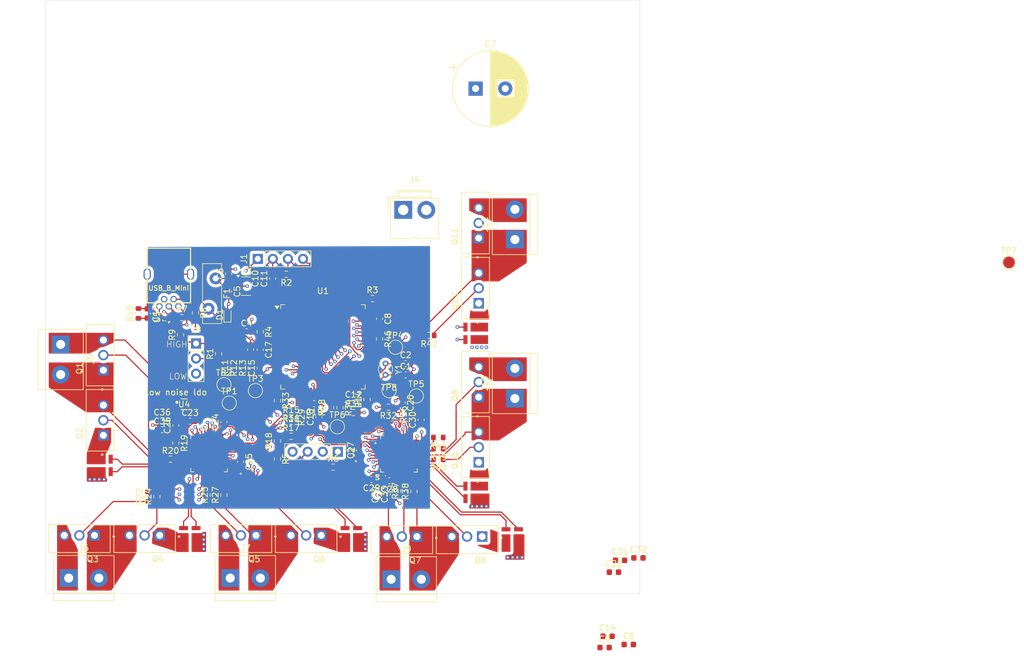
<source format=kicad_pcb>
(kicad_pcb (version 20241229) (generator "pcbnew") (generator_version "9.0")
  (layers (0 "F.Cu" signal) (4 "In1.Cu" signal) (6 "In2.Cu" signal) (2 "B.Cu" signal) (13 "F.Paste" user) (15 "B.Paste" user) (5 "F.SilkS" user "F.Silkscreen") (7 "B.SilkS" user "B.Silkscreen") (1 "F.Mask" user) (3 "B.Mask" user) (25 "Edge.Cuts" user))
  (net 0 "")
  (net 1 "GND")
  (net 2 "Net-(U1-PB12)")
  (net 3 "Net-(U1-PB13)")
  (net 4 "+5V")
  (net 5 "NRST")
  (net 6 "VDDA")
  (net 7 "VM")
  (net 8 "Net-(U1-VCAP_2)")
  (net 9 "VDD")
  (net 10 "Net-(U1-VCAP_1)")
  (net 11 "Net-(J3-Shield)")
  (net 12 "1SOC")
  (net 13 "1SOB")
  (net 14 "1SOA")
  (net 15 "2SOC")
  (net 16 "2SOB")
  (net 17 "2SOA")
  (net 18 "Net-(U7-CPH)")
  (net 19 "Net-(U7-CPL)")
  (net 20 "AGND")
  (net 21 "Net-(U7-DVDD)")
  (net 22 "Net-(U7-VCP)")
  (net 23 "Net-(U8-DVDD)")
  (net 24 "Net-(U8-VCP)")
  (net 25 "Net-(U8-CPL)")
  (net 26 "Net-(U8-CPH)")
  (net 27 "Net-(C31-Pad2)")
  (net 28 "Net-(D1-K)")
  (net 29 "Net-(J1-Pin_3)")
  (net 30 "Net-(J1-Pin_4)")
  (net 31 "USRX")
  (net 32 "Net-(J2-Pin_1)")
  (net 33 "USTX")
  (net 35 "Net-(J3-D+)")
  (net 36 "Net-(J3-D-)")
  (net 37 "1SHA")
  (net 38 "1SHB")
  (net 39 "1SHC")
  (net 40 "2SHA")
  (net 41 "2SHC")
  (net 42 "2SHB")
  (net 43 "Net-(Q1-G)")
  (net 44 "Net-(Q2-S-Pad1)")
  (net 45 "Net-(Q2-G)")
  (net 46 "Net-(Q3-G)")
  (net 47 "Net-(Q4-S-Pad1)")
  (net 48 "Net-(Q4-G)")
  (net 49 "Net-(Q5-G)")
  (net 50 "Net-(Q6-S-Pad1)")
  (net 51 "Net-(Q6-G)")
  (net 52 "Net-(Q7-G)")
  (net 53 "Net-(Q8-S-Pad1)")
  (net 54 "Net-(Q8-G)")
  (net 55 "Net-(Q9-G)")
  (net 56 "Net-(Q10-S-Pad1)")
  (net 57 "Net-(Q10-G)")
  (net 58 "Net-(Q11-G)")
  (net 59 "Net-(Q12-G)")
  (net 60 "Net-(Q12-S-Pad1)")
  (net 61 "Net-(J8-Pin_2)")
  (net 62 "Net-(U1-BOOT0)")
  (net 63 "USB D+")
  (net 64 "USB D-")
  (net 65 "Net-(U7-SOA)")
  (net 66 "Net-(U7-SOB)")
  (net 67 "Net-(U7-SOC)")
  (net 68 "Net-(U8-SOA)")
  (net 69 "Net-(U1-PA5)")
  (net 70 "SPI_SCK")
  (net 71 "Net-(U1-PA6)")
  (net 72 "SPI_MISO")
  (net 73 "SPI_MOSI")
  (net 74 "Net-(U1-PA7)")
  (net 75 "1GHA")
  (net 76 "1GLA")
  (net 77 "1GHB")
  (net 78 "1SBN")
  (net 79 "1SBP")
  (net 80 "1GLB")
  (net 81 "1GHC")
  (net 82 "1GLC")
  (net 83 "SPI_NSCS_2")
  (net 84 "Net-(U1-PB0)")
  (net 85 "Net-(U8-SOB)")
  (net 86 "SPI_NSCS_1")
  (net 87 "Net-(U7-NSCS)")
  (net 88 "2NFAULT")
  (net 89 "Net-(U8-NSCS)")
  (net 90 "Net-(U8-SOC)")
  (net 91 "2GHA")
  (net 92 "2GLA")
  (net 93 "2GHB")
  (net 94 "2GLB")
  (net 95 "2GHC")
  (net 96 "2GLC")
  (net 97 "2SAP")
  (net 98 "2SAN")
  (net 99 "2SBP")
  (net 100 "2SBN")
  (net 101 "2SCP")
  (net 102 "2SCN")
  (net 103 "1NFAULT")
  (net 109 "2INHB")
  (net 112 "1INHA")
  (net 113 "1INHB")
  (net 114 "2INHA")
  (net 116 "2INLC")
  (net 121 "1INLB")
  (net 128 "2INLA")
  (net 129 "2INLB")
  (net 135 "1INHC")
  (net 136 "2INHC")
  (net 139 "1CAL")
  (net 142 "1ENABLE")
  (net 144 "1INLC")
  (net 152 "2CAL")
  (net 157 "1INLA")
  (net 160 "2ENABLE")
  (net 168 "1SCP")
  (net 169 "1SCN")
  (net 170 "1SAP")
  (net 171 "1SAN")
  (footprint "Resistor_SMD:R_0603_1608Metric" (layer "F.Cu") (at 155.7 122.1 180)
    (property "Reference" "R41")
    (property "Value" "2")
  )
  (footprint "Capacitor_SMD:C_0603_1608Metric" (layer "F.Cu") (at 152.8 119.125 90)
    (property "Reference" "C30")
    (property "Value" "X7R 0.1uF 6.3V")
  )
  (footprint "TestPoint:TestPoint_Pad_D2.0mm" (layer "F.Cu") (at 138.7 120.3)
    (property "Reference" "TP6")
    (property "Value" "TP2SOB")
  )
  (footprint "Resistor_SMD:R_0603_1608Metric" (layer "F.Cu") (at 118.7 108 90)
    (property "Reference" "R1")
    (property "Value" "100K")
  )
  (footprint "Resistor_SMD:R_0603_1608Metric" (layer "F.Cu") (at 155.7 125.8 180)
    (property "Reference" "R40")
    (property "Value" "2")
  )
  (footprint "TerminalBlock:TerminalBlock_bornier-2_P5.08mm" (layer "F.Cu") (at 92.1 106.42 -90)
    (property "Reference" "J5")
    (property "Value" "Motor 1 Phase A")
  )
  (footprint "Capacitor_SMD:C_0603_1608Metric" (layer "F.Cu") (at 113.9 119.36)
    (property "Reference" "C23")
    (property "Value" "X7R 47nF >48V")
  )
  (footprint "Resistor_SMD:R_0603_1608Metric" (layer "F.Cu") (at 130.9 117.4 180)
    (property "Reference" "R31")
    (property "Value" "22")
  )
  (footprint "Resistor_SMD:R_0603_1608Metric" (layer "F.Cu") (at 154.175 104.9 180)
    (property "Reference" "R42")
    (property "Value" "2")
  )
  (footprint "TestPoint:TestPoint_Pad_D2.0mm" (layer "F.Cu") (at 119.6 113.2)
    (property "Reference" "TP2")
    (property "Value" "TP1SOB")
  )
  (footprint "Resistor_SMD:R_0603_1608Metric" (layer "F.Cu") (at 108.3 132.075 90)
    (property "Reference" "R24")
    (property "Value" "2")
  )
  (footprint "Capacitor_SMD:C_0603_1608Metric" (layer "F.Cu") (at 124.1 107.3 -90)
    (property "Reference" "C16" (hide yes))
    (property "Value" "1nF")
  )
  (footprint "Resistor_SMD:R_0603_1608Metric" (layer "F.Cu") (at 147.3 117 180)
    (property "Reference" "R32")
    (property "Value" "10K")
  )
  (footprint "Resistor_SMD:R_0603_1608Metric" (layer "F.Cu") (at 124.2 110.4 90)
    (property "Reference" "R13")
    (property "Value" "100")
  )
  (footprint "Capacitor_SMD:C_0603_1608Metric" (layer "F.Cu") (at 106.7 101.2 -90)
    (property "Reference" "C13")
    (property "Value" "1 nF")
  )
  (footprint "0548190519:TO254P1036X470X1965-3" (layer "F.Cu") (at 149.56 138.8 180)
    (property "Reference" "Q7")
    (property "Value" "CSD19536KCS")
  )
  (footprint "TestPoint:TestPoint_Pad_D2.0mm" (layer "F.Cu") (at 120.5 116.3)
    (property "Reference" "TP1")
    (property "Value" "TP1SOA")
  )
  (footprint "Capacitor_SMD:C_0603_1608Metric" (layer "F.Cu") (at 144.455 129.2 180)
    (property "Reference" "C29")
    (property "Value" "X7R 47nF >48V")
  )
  (footprint "Resistor_SMD:R_0603_1608Metric" (layer "F.Cu") (at 122.7 110.4 90)
    (property "Reference" "R12")
    (property "Value" "100")
  )
  (footprint "TerminalBlock:TerminalBlock_bornier-2_P5.08mm" (layer "F.Cu") (at 168.6 115.54 90)
    (property "Reference" "J10")
    (property "Value" "Motor 2 Phase B")
  )
  (footprint "Resistor_SMD:R_0603_1608Metric" (layer "F.Cu") (at 125.7 104.3 -90)
    (property "Reference" "R4")
    (property "Value" "100K")
  )
  (footprint "Package_TO_SOT_SMD:Texas_DRT-3" (layer "F.Cu") (at 109.825 101.8 90)
    (property "Reference" "U5")
    (property "Value" "TPD2EUSB30")
  )
  (footprint "0548190519:TO254P1036X470X1965-3" (layer "F.Cu") (at 162.5 112.76 90)
    (property "Reference" "Q9")
    (property "Value" "CSD19536KCS")
  )
  (footprint "Resistor_SMD:R_0603_1608Metric" (layer "F.Cu") (at 119.6 131.8 90)
    (property "Reference" "R27")
    (property "Value" "2")
  )
  (footprint "WSK1216:RES_WSK12161L000FEA" (layer "F.Cu") (at 162 104.5525 90)
    (property "Reference" "R45" (hide yes))
    (property "Value" "R_Shunt")
  )
  (footprint "Resistor_SMD:R_0603_1608Metric" (layer "F.Cu") (at 144.6 98.7)
    (property "Reference" "R3")
    (property "Value" "100K")
  )
  (footprint "Capacitor_SMD:C_0603_1608Metric" (layer "F.Cu") (at 186.3 142.8)
    (property "Reference" "C31")
    (property "Value" "X7R 22uF >63V")
  )
  (footprint "TerminalBlock:TerminalBlock_bornier-2_P5.08mm" (layer "F.Cu") (at 93.46 145.8)
    (property "Reference" "J6")
    (property "Value" "Motor 1 Phase B")
  )
  (footprint "Capacitor_SMD:C_0603_1608Metric" (layer "F.Cu") (at 148.1 131.7 90)
    (property "Reference" "C33")
    (property "Value" "22uf Ceramic MLCC X7R")
  )
  (footprint "Capacitor_SMD:C_0603_1608Metric" (layer "F.Cu") (at 135.6 118.7 90)
    (property "Reference" "C18")
    (property "Value" "1nF")
  )
  (footprint "Resistor_SMD:R_0603_1608Metric" (layer "F.Cu") (at 117.8 131.8 90)
    (property "Reference" "R25")
    (property "Value" "2")
  )
  (footprint "WSK1216:RES_WSK12161L000FEA" (layer "F.Cu") (at 113.8525 139.1)
    (property "Reference" "R23" (hide yes))
    (property "Value" "R_Shunt")
  )
  (footprint "Capacitor_SMD:C_0603_1608Metric" (layer "F.Cu") (at 123.4 104.3)
    (property "Reference" "C4")
    (property "Value" "0.1uF")
  )
  (footprint "Capacitor_SMD:C_0603_1608Metric" (layer "F.Cu") (at 189.4 142.4)
    (property "Reference" "C32")
    (property "Value" "X7R 0.1uF >63V")
  )
  (footprint "Capacitor_SMD:C_0603_1608Metric" (layer "F.Cu") (at 145.8 102.1 -90)
    (property "Reference" "C8")
    (property "Value" "10 µF X7R")
  )
  (footprint "Resistor_SMD:R_0603_1608Metric" (layer "F.Cu") (at 128.6 125.7 -90)
    (property "Reference" "R5")
    (property "Value" "100K")
  )
  (footprint "Capacitor_SMD:C_0603_1608Metric" (layer "F.Cu") (at 125.7 110.4 90)
    (property "Reference" "C15")
    (property "Value" "1nF")
  )
  (footprint "Connector:JWT_A3963_1x02_P3.96mm_Vertical" (layer "F.Cu") (at 149.7925 83.75)
    (property "Reference" "J4")
    (property "Value" "01x02 48V")
  )
  (footprint "Capacitor_SMD:C_0603_1608Metric" (layer "F.Cu") (at 187.775 156.99)
    (property "Reference" "C6")
    (property "Value" "10 0nF")
  )
  (footprint "TestPoint:TestPoint_Pad_D2.0mm" (layer "F.Cu") (at 152 115.1)
    (property "Reference" "TP5")
    (property "Value" "TP2SOC")
  )
  (footprint "Keebio-Parts:USB-Mini-B_2leg" (layer "F.Cu") (at 110.325 99.4 180)
    (property "Reference" "J3" (hide yes))
    (property "Value" "USB_B_Mini")
  )
  (footprint "Connector_PinHeader_2.54mm:PinHeader_1x04_P2.54mm_Vertical" (layer "F.Cu") (at 125.3 92 90)
    (property "Reference" "J1")
    (property "Value" "01x04 SWD")
  )
  (footprint "Resistor_SMD:R_0603_1608Metric" (layer "F.Cu") (at 141.4 117.9)
    (property "Reference" "R35")
    (property "Value" "22")
  )
  (footprint "Resistor_SMD:R_0603_1608Metric" (layer "F.Cu") (at 149.9 131.1 90)
    (property "Reference" "R37")
    (property "Value" "2")
  )
  (footprint "Resistor_SMD:R_0603_1608Metric" (layer "F.Cu") (at 151.6 131.2 90)
    (property "Reference" "R38")
    (property "Value" "2")
  )
  (footprint "WSK1216:RES_WSK12161L000FEA" (layer "F.Cu") (at 162 131.3525 90)
    (property "Reference" "R44" (hide yes))
    (property "Value" "R_Shunt")
  )
  (footprint "WSK1216:RES_WSK12161L000FEA" (layer "F.Cu") (at 168.1525 139.3)
    (property "Reference" "R43" (hide yes))
    (property "Value" "R_Shunt" (hide yes))
  )
  (footprint "Fuse:Fuse_Bourns_MF-RG400" (layer "F.Cu") (at 118.2 95.3 -90)
    (property "Reference" "F1")
    (property "Value" "ASMD050-2")
  )
  (footprint "TerminalBlock:TerminalBlock_bornier-2_P5.08mm" (layer "F.Cu") (at 120.66 145.8)
    (property "Reference" "J7")
    (property "Value" "Motor 1 Phase C")
  )
  (footprint "Resistor_SMD:R_0603_1608Metric" (layer "F.Cu") (at 130.9 121.9)
    (property "Reference" "R17")
    (property "Value" "22")
  )
  (footprint "Resistor_SMD:R_0603_1608Metric" (layer "F.Cu") (at 155.7 124 180)
    (property "Reference" "R39")
    (property "Value" "2")
  )
  (footprint "Resistor_SMD:R_0603_1608Metric" (layer "F.Cu") (at 112.3 104.8 90)
    (property "Reference" "R9")
    (property "Value" "1.5K")
  )
  (footprint "Capacitor_SMD:C_0603_1608Metric" (layer "F.Cu") (at 126.3 95.325 90)
    (property "Reference" "C10")
    (property "Value" "10 0nF")
  )
  (footprint "Resistor_SMD:R_0603_1608Metric" (layer "F.Cu") (at 110.6 125.76)
    (property "Reference" "R20")
    (property "Value" "2")
  )
  (footprint "Capacitor_SMD:C_0603_1608Metric" (layer "F.Cu") (at 120.4 97.5 -90)
    (property "Reference" "C5")
    (property "Value" "10 µF X7R")
  )
  (footprint "TerminalBlock:TerminalBlock_bornier-2_P5.08mm" (layer "F.Cu") (at 168.6 88.74 90)
    (property "Reference" "J11")
    (property "Value" "Motor 2 Phase C")
  )
  (footprint "DVR8323S:QFN50P600X600X80-41N415X415" (layer "F.Cu") (at 117.1 124.81)
    (property "Reference" "U7")
    (property "Value" "DRV8323SRTAT")
  )
  (footprint "Connector_PinHeader_2.54mm:PinHeader_1x04_P2.54mm_Vertical" (layer "F.Cu") (at 138.78 124.5 -90)
    (property "Reference" "J2")
    (property "Value" "01x04 USART")
  )
  (footprint "Capacitor_SMD:C_0603_1608Metric" (layer "F.Cu") (at 120.4 94.5 90)
    (property "Reference" "C3")
    (property "Value" "10 µF X7R")
  )
  (footprint "Package_TO_SOT_SMD:SOT-23-5" (layer "F.Cu") (at 123.3 96.6)
    (property "Reference" "U3")
    (property "Value" "AP2112K-3.3")
  )
  (footprint "Resistor_SMD:R_0603_1608Metric" (layer "F.Cu") (at 139.15 117.075 -90)
    (property "Reference" "R34")
    (property "Value" "10K")
  )
  (footprint "Resistor_SMD:R_0603_1608Metric" (layer "F.Cu") (at 105.2 101.2 90)
    (property "Reference" "R10")
    (property "Value" "1M")
  )
  (footprint "Resistor_SMD:R_0603_1608Metric" (layer "F.Cu") (at 130.925 118.9)
    (property "Reference" "R15")
    (property "Value" "22")
  )
  (footprint "0548190519:TO254P1036X470X1965-3" (layer "F.Cu") (at 99.3 108.22 90)
    (property "Reference" "Q1")
    (property "Value" "CSD19536KCS")
  )
  (footprint "0548190519:TO254P1036X470X1965-3" (layer "F.Cu") (at 95.26 138.6 180)
    (property "Reference" "Q3")
    (property "Value" "CSD19536KCS")
  )
  (footprint "Resistor_SMD:R_0603_1608Metric" (layer "F.Cu") (at 106.8 132.075 90)
    (property "Reference" "R22")
    (property "Value" "2")
  )
  (footprint "Capacitor_SMD:C_0603_1608Metric" (layer "F.Cu") (at 183.7 157.5)
    (property "Reference" "C9")
    (property "Value" "1 µF")
  )
  (footprint "Resistor_SMD:R_0603_1608Metric" (layer "F.Cu") (at 111.5 123.035 -90)
    (property "Reference" "R19")
    (property "Value" "2")
  )
  (footprint "0548190519:TO254P1036X470X1965-3" (layer "F.Cu") (at 99.3 119.2 90)
    (property "Reference" "Q2")
    (property "Value" "CSD19536KCS")
  )
  (footprint "Resistor_SMD:R_0603_1608Metric" (layer "F.Cu") (at 130.9 120.4)
    (property "Reference" "R16")
    (property "Value" "22")
  )
  (footprint "Resistor_SMD:R_0603_1608Metric" (layer "F.Cu") (at 128.6 115.9 -90)
    (property "Reference" "R33")
    (property "Value" "10K")
  )
  (footprint "Capacitor_SMD:C_0603_1608Metric" (layer "F.Cu") (at 125.7 107.325 -90)
    (property "Reference" "C17")
    (property "Value" "1nF")
  )
  (footprint "Resistor_SMD:R_0603_1608Metric" (layer "F.Cu") (at 137.55 117.075 90)
    (property "Reference" "R28")
    (property "Value" "22")
  )
  (footprint "Resistor_SMD:R_0603_1608Metric" (layer "F.Cu") (at 112.5 101.9)
    (property "Reference" "R7")
    (property "Value" "22")
  )
  (footprint "Capacitor_SMD:C_0603_1608Metric" (layer "F.Cu") (at 147.455 129.4 180)
    (property "Reference" "C28")
    (property "Value" "X7R 1uF 16V")
  )
  (footprint "0548190519:TO254P1036X470X1965-3" (layer "F.Cu") (at 133.44 138.6 180)
    (property "Reference" "Q6")
    (property "Value" "CSD19536KCS")
  )
  (footprint "0548190519:TO254P1036X470X1965-3" (layer "F.Cu") (at 160.54 138.8 180)
    (property "Reference" "Q8")
    (property "Value" "CSD19536KCS")
  )
  (footprint "Capacitor_SMD:C_0603_1608Metric" (layer "F.Cu") (at 146.5 131.725 90)
    (property "Reference" "C34")
    (property "Value" "0.1uf Ceramic MLCC X7R")
  )
  (footprint "0548190519:TO254P1036X470X1965-3" (layer "F.Cu") (at 122.46 138.6 180)
    (property "Reference" "Q5")
    (property "Value" "CSD19536KCS")
  )
  (footprint "Capacitor_SMD:C_0603_1608Metric" (layer "F.Cu") (at 109.2 119.3)
    (property "Reference" "C36")
    (property "Value" "22uf Ceramic MLCC X7R")
  )
  (footprint "Capacitor_SMD:C_0603_1608Metric" (layer "F.Cu") (at 150.2 111.55)
    (property "Reference" "C1")
    (property "Value" "22pF")
  )
  (footprint "Resistor_SMD:R_0603_1608Metric" (layer "F.Cu") (at 138 127.1)
    (property "Reference" "R6")
    (property "Value" "1K")
  )
  (footprint "Capacitor_SMD:C_0603_1608Metric" (layer "F.Cu") (at 185.275 144.8)
    (property "Reference" "C22")
    (property "Value" "22uf Ceramic MLCC X7R")
  )
  (footprint "DVR8323S:QFN50P600X600X80-41N415X415" (layer "F.Cu") (at 149.065 124.85 90)
    (property "Reference" "U8")
    (property "Value" "DRV8323SRTAT")
  )
  (footprint "0548190519:TO254P1036X470X1965-3" (layer "F.Cu") (at 162.5 123.74 90)
    (property "Reference" "Q10")
    (property "Value" "CSD19536KCS")
  )
  (footprint "Capacitor_SMD:C_0603_1608Metric" (layer "F.Cu") (at 111.5 120.06 90)
    (property "Reference" "C26")
    (property "Value" "X7R 1uF 16V")
  )
  (footprint "Crystal:Crystal_DS26_D2.0mm_L6.0mm_Vertical" (layer "F.Cu") (at 146.8 109.65 -90)
    (property "Reference" "Y1")
    (property "Value" "8Mhz")
  )
  (footprint "TPS7A02:DQN0004A-MFG" (layer "F.Cu") (at 112.9 116.5)
    (property "Reference" "U4")
    (property "Value" "PTPS7A0218PDQNR")
  )
  (footprint "Resistor_SMD:R_0603_1608Metric" (layer "F.Cu") (at 128.6 122.7 90)
    (property "Reference" "R18")
    (property "Value" "10K")
  )
  (footprint "Capacitor_SMD:C_0603_1608Metric" (layer "F.Cu") (at 119.6 119.5 90)
    (property "Reference" "C24")
    (property "Value" "X7R 1uF 6.3V")
  )
  (footprint "Capacitor_SMD:C_0603_1608Metric" (layer "F.Cu") (at 122.4 126.2 -90)
    (property "Reference" "C25")
    (property "Value" "X7R 0.1uF 6.3V")
  )
  (footprint "TestPoint:TestPoint_Pad_D2.0mm" (layer "F.Cu") (at 124.9 114.2)
    (property "Reference" "TP3")
    (property "Value" "TP1SOC")
  )
  (footprint "Capacitor_SMD:C_0603_1608Metric" (layer "F.Cu") (at 127.8 95.325 90)
    (property "Reference" "C11")
    (property "Value" "1 µF")
  )
  (footprint "0548190519:TO254P1036X470X1965-3" (layer "F.Cu") (at 106.24 138.6 180)
    (property "Reference" "Q4")
    (property "Value" "CSD19536KCS")
  )
  (footprint "TestPoint:TestPoint_Pad_D2.0mm" (layer "F.Cu") (at 251.8 92.6)
    (property "Reference" "TP7")
    (property "Value" "TPGND")
  )
  (footprint "Resistor_SMD:R_0603_1608Metric" (layer "F.Cu") (at 121.2 110.4 90)
    (property "Reference" "R11")
    (property "Value" "100")
  )
  (footprint "Connector_PinHeader_2.54mm:PinHeader_1x03_P2.54mm_Vertical" (layer "F.Cu") (at 114.9 106.26)
    (property "Reference" "J8")
    (property "Value" "Conn_01x03_Pin")
  )
  (footprint "Capacitor_SMD:C_0603_1608Metric" (layer "F.Cu") (at 141.4 116.3)
    (property "Reference" "C12")
    (property "Value" "10 µF X7R")
  )
  (footprint "TestPoint:TestPoint_Pad_D2.0mm" (layer "F.Cu") (at 147.4 114.2)
    (property "Reference" "TP8")
    (property "Value" "TP2SOA")
  )
  (footprint "Capacitor_SMD:C_0603_1608Metric" (layer "F.Cu") (at 184.2 155.6)
    (property "Reference" "C14")
    (property "Value" "22uf Ceramic MLCC X7R")
  )
  (footprint "Resistor_SMD:R_0603_1608Metric" (layer "F.Cu") (at 151.3 118.2 90)
    (property "Reference" "R36")
    (property "Value" "100")
  )
  (footprint "Capacitor_SMD:C_0603_1608Metric" (layer "F.Cu") (at 134.8 116.4 180)
    (property "Reference" "C19")
    (property "Value" "1nF")
  )
  (footprint "Resistor_SMD:R_0603_1608Metric" (layer "F.Cu") (at 134.1 118.7 90)
    (property "Reference" "R29")
    (property "Value" "100")
  )
  (footprint "Diode_SMD:D_SOD-523" (layer "F.Cu") (at 120.2 101.4 90)
    (property "Reference" "D1")
    (property "Value" "PESD5V0S1BA")
  )
  (footprint "Capacitor_SMD:C_0603_1608Metric" (layer "F.Cu") (at 142.4 124.275 90)
    (property "Reference" "C27")
    (property "Value" "X7R 1uF 6.3V")
  )
  (footprint "Capacitor_SMD:C_0603_1608Metric" (layer "F.Cu") (at 150.2 109.65)
    (property "Reference" "C2")
    (property "Value" "22pF")
  )
  (footprint "0548190519:TO254P1036X470X1965-3" (layer "F.Cu") (at 162.5 85.96 90)
    (property "Reference" "Q11")
    (property "Value" "CSD19536KCS")
  )
  (footprint "Resistor_SMD:R_0603_1608Metric" (layer "F.Cu") (at 114.8 101.1 -90)
    (property "Reference" "R8")
    (property "Value" "22")
  )
  (footprint "Resistor_SMD:R_0603_1608Metric" (layer "F.Cu") (at 143.7 115.7 90)
    (property "Reference" "R14")
    (property "Value" "100")
  )
  (footprint "Package_QFP:LQFP-100_14x14mm_P0.5mm" (layer "F.Cu") (at 136.275 106.825)
    (property "Reference" "U1")
    (property "Value" "STM32F405VGTx")
  )
  (footprint "Capacitor_THT:CP_Radial_D12.5mm_P5.00mm" (layer "F.Cu") (at 161.976041 63.3)
    (property "Reference" "C7")
    (property "Value" "Low-ESR polymer electrolytic 470uF 63V")
  )
  (footprint "WSK1216:RES_WSK12161L000FEA" (layer "F.Cu") (at 141.0525 139.1)
    (property "Reference" "R26" (hide yes))
    (property "Value" "R_Shunt")
  )
  (footprint "WSK1216:RES_WSK12161L000FEA" (layer "F.Cu") (at 98.8 126.8125 -90)
    (property "Reference" "R21" (hide yes))
    (property "Value" "R_Shunt")
  )
  (footprint "TestPoint:TestPoint_Pad_D2.0mm" (layer "F.Cu") (at 148.5 106.9)
    (property "Reference" "TP4")
    (property "Value" "TPGND")
  )
  (footprint "TerminalBlock:TerminalBlock_bornier-2_P5.08mm" (layer "F.Cu") (at 147.76 146)
    (property "Reference" "J9")
    (property "Value" "Motor 2 Phase A")
  )
  (footprint "0548190519:TO254P1036X470X1965-3" (layer "F.Cu") (at 162.5 96.94 90)
    (property "Reference" "Q12")
    (property "Value" "CSD19536KCS")
  )
  (footprint "Capacitor_SMD:C_0603_1608Metric" (layer "F.Cu") (at 149.6 116.275 -90)
    (property "Reference" "C20")
    (property "Value" "1nF")
  )
  (footprint "Capacitor_SMD:C_0603_1608Metric" (layer "F.Cu") (at 109.2 120.8)
    (property "Reference" "C35")
    (property "Value" "0.1uf Ceramic MLCC X7R")
  )
  (footprint "Resistor_SMD:R_0603_1608Metric" (layer "F.Cu") (at 145.8 105.5 -90)
    (property "Reference" "R46")
    (property "Value" "10K")
  )
  (footprint "Resistor_SMD:R_0603_1608Metric" (layer "F.Cu") (at 130.1 94.6 180)
    (property "Reference" "R2")
    (property "Value" "100K")
  )
  (gr_rect (start 89.6 48.4) (end 189.6 148.4) (stroke (width 0.05)) (fill no) (layer "Edge.Cuts"))
  (gr_text "HIGH" (at 109.8 107 0) (layer "F.SilkS") (effects (font (size 1 1) (thickness 0.1)) (justify left bottom)))
  (gr_text "LOW" (at 110.3 112.4 0) (layer "F.SilkS") (effects (font (size 1 1) (thickness 0.1)) (justify left bottom)))
  (segment (start 145.43 127.8) (end 144.055 127.8) (width 0.2) (layer "F.Cu") (net 1))
  (segment (start 126.3 94.225) (end 126.3 93.54) (width 0.2) (layer "F.Cu") (net 1))
  (segment (start 108.725 101.175) (end 107.925 101.975) (width 0.2) (layer "F.Cu") (net 1))
  (segment (start 114.85 121.875) (end 114.2 121.225) (width 0.2) (layer "F.Cu") (net 1))
  (segment (start 135.775 116.2) (end 135.775 114.5) (width 0.2) (layer "F.Cu") (net 1))
  (segment (start 107.6 120) (end 108.425 120) (width 0.2) (layer "F.Cu") (net 1))
  (segment (start 117.59 124.81) (end 118 124.4) (width 0.2) (layer "F.Cu") (net 1))
  (segment (start 121.541968 93.725) (end 120.4 93.725) (width 0.2) (layer "F.Cu") (net 1))
  (segment (start 146.199 127.031) (end 146.13 127.1) (width 0.2) (layer "F.Cu") (net 1))
  (segment (start 127.175 110.325) (end 126.9 110.6) (width 0.2) (layer "F.Cu") (net 1))
  (segment (start 114.906 121.931) (end 114.85 121.875) (width 0.2) (layer "F.Cu") (net 1))
  (segment (start 120.2 100.7) (end 120.2 99.8) (width 0.2) (layer "F.Cu") (net 1))
  (segment (start 149.065 124.85) (end 146.884 127.031) (width 0.2) (layer "F.Cu") (net 1))
  (segment (start 124.2 105.4) (end 125.35 106.55) (width 0.2) (layer "F.Cu") (net 1))
  (segment (start 129.275 93.435) (end 127.84 92) (width 0.2) (layer "F.Cu") (net 1))
  (segment (start 128.6 110.325) (end 127.175 110.325) (width 0.2) (layer "F.Cu") (net 1))
  (segment (start 148.5 106.9) (end 150.2 105.2) (width 0.2) (layer "F.Cu") (net 1))
  (segment (start 124.1 105.4) (end 124.2 105.4) (width 0.2) (layer "F.Cu") (net 1))
  (segment (start 127.8 94.55) (end 127.8 92.04) (width 0.2) (layer "F.Cu") (net 1))
  (segment (start 122.625 104.3) (end 123.725 105.4) (width 0.2) (layer "F.Cu") (net 1))
  (segment (start 136.4 120.3) (end 136.4 120.275) (width 0.2) (layer "F.Cu") (net 1))
  (segment (start 126.325 111.175) (end 126.9 110.6) (width 0.2) (layer "F.Cu") (net 1))
  (segment (start 136 116.4) (end 135.575 116.4) (width 0.2) (layer "F.Cu") (net 1))
  (segment (start 109.4 101.8) (end 108.725 101.125) (width 0.2) (layer "F.Cu") (net 1))
  (segment (start 150.975 111.225) (end 151.6 110.6) (width 0.2) (layer "F.Cu") (net 1))
  (segment (start 146.884 127.031) (end 146.199 127.031) (width 0.2) (layer "F.Cu") (net 1))
  (segment (start 148.9 115.5) (end 148.5 115.9) (width 0.2) (layer "F.Cu") (net 1))
  (segment (start 108.4 120.775) (end 108.425 120.8) (width 0.2) (layer "F.Cu") (net 1))
  (segment (start 150.975 109.975) (end 151.6 110.6) (width 0.2) (layer "F.Cu") (net 1))
  (segment (start 125.35 106.55) (end 125.7 106.55) (width 0.2) (layer "F.Cu") (net 1))
  (segment (start 107.925 101.975) (end 106.7 101.975) (width 0.2) (layer "F.Cu") (net 1))
  (segment (start 150.975 109.65) (end 150.975 109.975) (width 0.2) (layer "F.Cu") (net 1))
  (segment (start 120.2 99.8) (end 120.4 99.6) (width 0.2) (layer "F.Cu") (net 1))
  (segment (start 108.725 100) (end 108.725 101.175) (width 0.2) (layer "F.Cu") (net 1))
  (segment (start 145.8 131.8) (end 145.4 131.8) (width 0.2) (layer "F.Cu") (net 1))
  (segment (start 108.425 120) (end 108.425 119.3) (width 0.2) (layer "F.Cu") (net 1))
  (segment (start 117.1 124.81) (end 114.906 122.616) (width 0.2) (layer "F.Cu") (net 1))
  (segment (start 148.1 132.475) (end 148.475 132.475) (width 0.2) (layer "F.Cu") (net 1))
  (segment (start 150.975 111.55) (end 150.975 111.225) (width 0.2) (layer "F.Cu") (net 1))
  (segment (start 117.1 124.81) (end 117.59 124.81) (width 0.2) (layer "F.Cu") (net 1))
  (segment (start 124.1 106.525) (end 124.1 105.4) (width 0.2) (layer "F.Cu") (net 1))
  (segment (start 108.725 101.125) (end 108.725 100) (width 0.2) (layer "F.Cu") (net 1))
  (segment (start 135.575 116.4) (end 135.775 116.2) (width 0.2) (layer "F.Cu") (net 1))
  (segment (start 145.8 101.325) (end 143.95 101.325) (width 0.2) (layer "F.Cu") (net 1))
  (segment (start 105.2 102.025) (end 106.65 102.025) (width 0.2) (layer "F.Cu") (net 1))
  (segment (start 127.8 92.04) (end 127.84 92) (width 0.2) (layer "F.Cu") (net 1))
  (segment (start 129.275 94.6) (end 129.275 93.435) (width 0.2) (layer "F.Cu") (net 1))
  (segment (start 114.2 121.225) (end 114.2 120.9) (width 0.2) (layer "F.Cu") (net 1))
  (segment (start 136.4 116.8) (end 136 116.4) (width 0.2) (layer "F.Cu") (net 1))
  (segment (start 123.725 105.4) (end 124.1 105.4) (width 0.2) (layer "F.Cu") (net 1))
  (segment (start 120.4 98.275) (end 120.4 99.6) (width 0.2) (layer "F.Cu") (net 1))
  (segment (start 149.875 115.225) (end 149.6 115.5) (width 0.2) (layer "F.Cu") (net 1))
  (segment (start 148.475 132.475) (end 149.2 133.2) (width 0.2) (layer "F.Cu") (net 1))
  (segment (start 146.13 127.1) (end 145.43 127.8) (width 0.2) (layer "F.Cu") (net 1))
  (segment (start 136.4 117.081085) (end 136.4 116.8) (width 0.2) (layer "F.Cu") (net 1))
  (segment (start 126.3 93.54) (end 127.84 92) (width 0.2) (layer "F.Cu") (net 1))
  (segment (start 125.7 111.175) (end 126.325 111.175) (width 0.2) (layer "F.Cu") (net 1))
  (segment (start 136.4 120.275) (end 135.6 119.475) (width 0.2) (layer "F.Cu") (net 1))
  (segment (start 114.906 122.616) (end 114.906 121.931) (width 0.2) (layer "F.Cu") (net 1))
  (segment (start 149.6 115.5) (end 148.9 115.5) (width 0.2) (layer "F.Cu") (net 1))
  (segment (start 122.1625 96.6) (end 123.5 96.6) (width 0.2) (layer "F.Cu") (net 1))
  (segment (start 106.65 102.025) (end 106.7 101.975) (width 0.2) (layer "F.Cu") (net 1))
  (segment (start 146.5 132.5) (end 145.8 131.8) (width 0.2) (layer "F.Cu") (net 1))
  (segment (start 108.425 120.8) (end 108.425 120) (width 0.2) (layer "F.Cu") (net 1))
  (via (at 143.4 140.9) (size 0.6) (drill 0.3) (layers "F.Cu" "B.Cu") (net 1))
  (via (at 123.5 96.6) (size 0.6) (drill 0.3) (layers "F.Cu" "B.Cu") (net 1))
  (via (at 162.2 106.9) (size 0.6) (drill 0.3) (layers "F.Cu" "B.Cu") (net 1))
  (via (at 169.8 142.3) (size 0.6) (drill 0.3) (layers "F.Cu" "B.Cu") (net 1))
  (via (at 116.2 140.1) (size 0.6) (drill 0.3) (layers "F.Cu" "B.Cu") (net 1))
  (via (at 163 106.9) (size 0.6) (drill 0.3) (layers "F.Cu" "B.Cu") (net 1))
  (via (at 136.4 117.081085) (size 0.6) (drill 0.3) (layers "F.Cu" "B.Cu") (net 1))
  (via (at 168.2 142.3) (size 0.6) (drill 0.3) (layers "F.Cu" "B.Cu") (net 1))
  (via (at 167.4 142.3) (size 0.6) (drill 0.3) (layers "F.Cu" "B.Cu") (net 1))
  (via (at 143.4 140.1) (size 0.6) (drill 0.3) (layers "F.Cu" "B.Cu") (net 1))
  (via (at 143.4 138.5) (size 0.6) (drill 0.3) (layers "F.Cu" "B.Cu") (net 1))
  (via (at 143.4 139.3) (size 0.6) (drill 0.3) (layers "F.Cu" "B.Cu") (net 1))
  (via (at 162.2 133.7) (size 0.6) (drill 0.3) (layers "F.Cu" "B.Cu") (net 1))
  (via (at 161.4 133.7) (size 0.6) (drill 0.3) (layers "F.Cu" "B.Cu") (net 1))
  (via (at 149.2 133.2) (size 0.6) (drill 0.3) (layers "F.Cu" "B.Cu") (net 1))
  (via (at 107.6 120) (size 0.6) (drill 0.3) (layers "F.Cu" "B.Cu") (net 1))
  (via (at 169 142.3) (size 0.6) (drill 0.3) (layers "F.Cu" "B.Cu") (net 1))
  (via (at 145.4 131.8) (size 0.6) (drill 0.3) (layers "F.Cu" "B.Cu") (net 1))
  (via (at 124.1 105.4) (size 0.6) (drill 0.3) (layers "F.Cu" "B.Cu") (net 1))
  (via (at 126.9 110.6) (size 0.6) (drill 0.3) (layers "F.Cu" "B.Cu") (net 1))
  (via (at 116.2 138.5) (size 0.6) (drill 0.3) (layers "F.Cu" "B.Cu") (net 1))
  (via (at 98.6 129.16) (size 0.6) (drill 0.3) (layers "F.Cu" "B.Cu") (net 1))
  (via (at 148.5 115.9) (size 0.6) (drill 0.3) (layers "F.Cu" "B.Cu") (net 1))
  (via (at 163.8 106.9) (size 0.6) (drill 0.3) (layers "F.Cu" "B.Cu") (net 1))
  (via (at 116.2 139.3) (size 0.6) (drill 0.3) (layers "F.Cu" "B.Cu") (net 1))
  (via (at 116.2 140.9) (size 0.6) (drill 0.3) (layers "F.Cu" "B.Cu") (net 1))
  (via (at 163 133.7) (size 0.6) (drill 0.3) (layers "F.Cu" "B.Cu") (net 1))
  (via (at 161.4 106.9) (size 0.6) (drill 0.3) (layers "F.Cu" "B.Cu") (net 1))
  (via (at 144.055 127.8) (size 0.6) (drill 0.3) (layers "F.Cu" "B.Cu") (net 1))
  (via (at 97.8 129.16) (size 0.6) (drill 0.3) (layers "F.Cu" "B.Cu") (net 1))
  (via (at 97 129.16) (size 0.6) (drill 0.3) (layers "F.Cu" "B.Cu") (net 1))
  (via (at 136.4 120.3) (size 0.6) (drill 0.3) (layers "F.Cu" "B.Cu") (net 1))
  (via (at 114.2 120.9) (size 0.6) (drill 0.3) (layers "F.Cu" "B.Cu") (net 1))
  (via (at 151.6 110.6) (size 0.6) (drill 0.3) (layers "F.Cu" "B.Cu") (net 1))
  (via (at 163.8 133.7) (size 0.6) (drill 0.3) (layers "F.Cu" "B.Cu") (net 1))
  (via (at 121.541968 93.725) (size 0.6) (drill 0.3) (layers "F.Cu" "B.Cu") (net 1))
  (via (at 120.4 99.6) (size 0.6) (drill 0.3) (layers "F.Cu" "B.Cu") (net 1))
  (via (at 99.4 129.16) (size 0.6) (drill 0.3) (layers "F.Cu" "B.Cu") (net 1))
  (via (at 150.2 105.2) (size 0.6) (drill 0.3) (layers "F.Cu" "B.Cu") (net 1))
  (segment (start 145.525 112.825) (end 143.95 112.825) (width 0.2) (layer "F.Cu") (net 2))
  (segment (start 146.8 111.55) (end 145.525 112.825) (width 0.2) (layer "F.Cu") (net 2))
  (segment (start 146.8 111.55) (end 149.425 111.55) (width 0.2) (layer "F.Cu") (net 2))
  (segment (start 144.832106 112.325) (end 143.95 112.325) (width 0.2) (layer "F.Cu") (net 3))
  (segment (start 146.8 109.65) (end 146.8 110.357106) (width 0.2) (layer "F.Cu") (net 3))
  (segment (start 146.8 109.65) (end 149.425 109.65) (width 0.2) (layer "F.Cu") (net 3))
  (segment (start 146.8 110.357106) (end 144.832106 112.325) (width 0.2) (layer "F.Cu") (net 3))
  (segment (start 120.375 95.3) (end 120.4 95.275) (width 0.2) (layer "F.Cu") (net 4))
  (segment (start 118.2 95.3) (end 119.625 96.725) (width 0.2) (layer "F.Cu") (net 4))
  (segment (start 121.7875 95.275) (end 122.1625 95.65) (width 0.2) (layer "F.Cu") (net 4))
  (segment (start 122.1625 97.55) (end 121.225 97.55) (width 0.2) (layer "F.Cu") (net 4))
  (segment (start 120.4 96.725) (end 120.4 95.275) (width 0.2) (layer "F.Cu") (net 4))
  (segment (start 118.2 95.3) (end 120.375 95.3) (width 0.2) (layer "F.Cu") (net 4))
  (segment (start 119.625 96.725) (end 120.4 96.725) (width 0.2) (layer "F.Cu") (net 4))
  (segment (start 120.4 95.275) (end 121.7875 95.275) (width 0.2) (layer "F.Cu") (net 4))
  (segment (start 121.225 97.55) (end 120.4 96.725) (width 0.2) (layer "F.Cu") (net 4))
  (segment (start 128.6 107.325) (end 127.625 107.325) (width 0.2) (layer "F.Cu") (net 5))
  (segment (start 124.175 104.3) (end 124.875 104.3) (width 0.2) (layer "F.Cu") (net 5))
  (segment (start 127 106.7) (end 126.476 106.176) (width 0.2) (layer "F.Cu") (net 5))
  (segment (start 124.175 104.3) (end 124.175 102.325) (width 0.2) (layer "F.Cu") (net 5))
  (segment (start 126.476 106.176) (end 126.476 105.901) (width 0.2) (layer "F.Cu") (net 5))
  (segment (start 124.175 102.325) (end 124.3 102.2) (width 0.2) (layer "F.Cu") (net 5))
  (segment (start 124.875 104.3) (end 125.7 105.125) (width 0.2) (layer "F.Cu") (net 5))
  (segment (start 126.476 105.901) (end 125.7 105.125) (width 0.2) (layer "F.Cu") (net 5))
  (segment (start 127.625 107.325) (end 127 106.7) (width 0.2) (layer "F.Cu") (net 5))
  (segment (start 123.3 94) (end 125.3 92) (width 0.2) (layer "F.Cu") (net 5))
  (via (at 124.3 102.2) (size 0.6) (drill 0.3) (layers "F.Cu" "B.Cu") (net 5))
  (via (at 123.3 94) (size 0.6) (drill 0.3) (layers "F.Cu" "B.Cu") (net 5))
  (segment (start 149.815 120.823352) (end 149.815 121.915) (width 0.2) (layer "F.Cu") (net 6))
  (segment (start 122.175 125.425) (end 121.7 125.9) (width 0.2) (layer "F.Cu") (net 6))
  (segment (start 122.4 125.425) (end 122.175 125.425) (width 0.2) (layer "F.Cu") (net 6))
  (segment (start 128.6 111.374) (end 128.6 111.325) (width 0.2) (layer "F.Cu") (net 6))
  (segment (start 120.994724 125.9) (end 120.654724 125.56) (width 0.2) (layer "F.Cu") (net 6))
  (segment (start 127.766176 111.325) (end 126.745588 112.345588) (width 0.2) (layer "F.Cu") (net 6))
  (segment (start 126.3 116.1) (end 126.745588 115.654412) (width 0.2) (layer "F.Cu") (net 6))
  (segment (start 128.6 111.325) (end 127.766176 111.325) (width 0.2) (layer "F.Cu") (net 6))
  (segment (start 126.745588 115.654412) (end 126.745588 112.345588) (width 0.2) (layer "F.Cu") (net 6))
  (segment (start 149.702352 120.710704) (end 149.815 120.823352) (width 0.2) (layer "F.Cu") (net 6))
  (segment (start 127.4 119.5) (end 126.3 118.4) (width 0.2) (layer "F.Cu") (net 6))
  (segment (start 121.7 125.9) (end 120.994724 125.9) (width 0.2) (layer "F.Cu") (net 6))
  (segment (start 120.654724 125.56) (end 120.035 125.56) (width 0.2) (layer "F.Cu") (net 6))
  (segment (start 127.4 123.7) (end 125.675 125.425) (width 0.2) (layer "F.Cu") (net 6))
  (segment (start 126.3 118.4) (end 126.3 116.1) (width 0.2) (layer "F.Cu") (net 6))
  (segment (start 125.675 125.425) (end 122.4 125.425) (width 0.2) (layer "F.Cu") (net 6))
  (via (at 149.702352 120.710704) (size 0.6) (drill 0.3) (layers "F.Cu" "B.Cu") (net 6))
  (via (at 127.4 119.5) (size 0.6) (drill 0.3) (layers "F.Cu" "B.Cu") (net 6))
  (via (at 127.4 123.7) (size 0.6) (drill 0.3) (layers "F.Cu" "B.Cu") (net 6))
  (segment (start 148.1 130.925) (end 147.3 130.925) (width 0.2) (layer "F.Cu") (net 7))
  (segment (start 148.05 129.4) (end 146.5 130.95) (width 0.2) (layer "F.Cu") (net 7))
  (segment (start 146.625 130.925) (end 146.6 130.95) (width 0.2) (layer "F.Cu") (net 7))
  (segment (start 112.278082 121.613082) (end 111.5 120.835) (width 0.2) (layer "F.Cu") (net 7))
  (segment (start 146.525 130.925) (end 146.5 130.95) (width 0.2) (layer "F.Cu") (net 7))
  (segment (start 112.73455 123.96035) (end 112.73455 123.338386) (width 0.2) (layer "F.Cu") (net 7))
  (segment (start 147.3 130.925) (end 147.3 138.52) (width 0.2) (layer "F.Cu") (net 7))
  (segment (start 108.1 117.425) (end 108.1 110.86) (width 0.2) (layer "F.Cu") (net 7))
  (segment (start 148.1 129.53) (end 148.23 129.4) (width 0.2) (layer "F.Cu") (net 7))
  (segment (start 148.1 130.925) (end 148.1 129.53) (width 0.2) (layer "F.Cu") (net 7))
  (segment (start 109.975 120.8) (end 111.465 120.8) (width 0.2) (layer "F.Cu") (net 7))
  (segment (start 148.315 127.785) (end 148.315 129.315) (width 0.2) (layer "F.Cu") (net 7))
  (segment (start 111.465 120.8) (end 111.5 120.835) (width 0.2) (layer "F.Cu") (net 7))
  (segment (start 109.975 119.3) (end 109.975 119.31) (width 0.2) (layer "F.Cu") (net 7))
  (segment (start 109.975 119.3) (end 108.1 117.425) (width 0.2) (layer "F.Cu") (net 7))
  (segment (start 147.3 130.925) (end 146.525 130.925) (width 0.2) (layer "F.Cu") (net 7))
  (segment (start 109.975 119.31) (end 111.5 120.835) (width 0.2) (layer "F.Cu") (net 7))
  (segment (start 112.73455 123.338386) (end 112.278082 122.881918) (width 0.2) (layer "F.Cu") (net 7))
  (segment (start 114.165 124.06) (end 112.8342 124.06) (width 0.2) (layer "F.Cu") (net 7))
  (segment (start 148.315 129.315) (end 148.23 129.4) (width 0.2) (layer "F.Cu") (net 7))
  (segment (start 146.6 130.95) (end 146.68 130.95) (width 0.2) (layer "F.Cu") (net 7))
  (segment (start 148.23 129.4) (end 148.05 129.4) (width 0.2) (layer "F.Cu") (net 7))
  (segment (start 102.92 105.68) (end 99.3 105.68) (width 0.2) (layer "F.Cu") (net 7))
  (segment (start 112.278082 122.881918) (end 112.278082 121.613082) (width 0.2) (layer "F.Cu") (net 7))
  (segment (start 147.3 138.52) (end 147.02 138.8) (width 0.2) (layer "F.Cu") (net 7))
  (segment (start 108.1 110.86) (end 102.92 105.68) (width 0.2) (layer "F.Cu") (net 7))
  (segment (start 112.8342 124.06) (end 112.73455 123.96035) (width 0.2) (layer "F.Cu") (net 7))
  (segment (start 143.95 101.825) (end 145.07489 101.825) (width 0.2) (layer "F.Cu") (net 8))
  (segment (start 145.07489 101.825) (end 145.8 102.55011) (width 0.2) (layer "F.Cu") (net 8))
  (segment (start 145.8 102.55011) (end 145.8 102.875) (width 0.2) (layer "F.Cu") (net 8))
  (segment (start 128.6 124.875) (end 128.6 123.525) (width 0.2) (layer "F.Cu") (net 9))
  (segment (start 118.6479 106.26) (end 118.95395 105.95395) (width 0.2) (layer "F.Cu") (net 9))
  (segment (start 130.275 97.675) (end 128.7 96.1) (width 0.2) (layer "F.Cu") (net 9))
  (segment (start 126.7 103.6) (end 126.575 103.475) (width 0.2) (layer "F.Cu") (net 9))
  (segment (start 112.675 106) (end 114.64 106) (width 0.2) (layer "F.Cu") (net 9))
  (segment (start 125.85 95.65) (end 126.3 96.1) (width 0.2) (layer "F.Cu") (net 9))
  (segment (start 145.425 98.7) (end 145 98.7) (width 0.2) (layer "F.Cu") (net 9))
  (segment (start 118.95395 105.95395) (end 125.7579 99.15) (width 0.2) (layer "F.Cu") (net 9))
  (segment (start 143.335936 115.7) (end 142.275 114.639064) (width 0.2) (layer "F.Cu") (net 9))
  (segment (start 130.042176 113.399) (end 131.007824 113.399) (width 0.2) (layer "F.Cu") (net 9))
  (segment (start 128.7 96.1) (end 127.8 96.1) (width 0.2) (layer "F.Cu") (net 9))
  (segment (start 124.4375 95.65) (end 124.5875 95.8) (width 0.2) (layer "F.Cu") (net 9))
  (segment (start 124.4375 95.65) (end 125.85 95.65) (width 0.2) (layer "F.Cu") (net 9))
  (segment (start 128.6 115.075) (end 128.6 114.841176) (width 0.2) (layer "F.Cu") (net 9))
  (segment (start 146.576 99.851) (end 146.576 103.899) (width 0.2) (layer "F.Cu") (net 9))
  (segment (start 130.275 99.15) (end 130.275 97.675) (width 0.2) (layer "F.Cu") (net 9))
  (segment (start 145.425 98.7) (end 146.576 99.851) (width 0.2) (layer "F.Cu") (net 9))
  (segment (start 127.425 105.825) (end 126.7 105.1) (width 0.2) (layer "F.Cu") (net 9))
  (segment (start 128.6 105.825) (end 127.425 105.825) (width 0.2) (layer "F.Cu") (net 9))
  (segment (start 112.3 105.625) (end 112.675 106) (width 0.2) (layer "F.Cu") (net 9))
  (segment (start 126.7 105.1) (end 126.7 103.6) (width 0.2) (layer "F.Cu") (net 9))
  (segment (start 114.9 106.26) (end 118.6479 106.26) (width 0.2) (layer "F.Cu") (net 9))
  (segment (start 126.3 96.1) (end 127.8 96.1) (width 0.2) (layer "F.Cu") (net 9))
  (segment (start 142.275 114.639064) (end 142.275 114.5) (width 0.2) (layer "F.Cu") (net 9))
  (segment (start 128.6 114.841176) (end 130.042176 113.399) (width 0.2) (layer "F.Cu") (net 9))
  (segment (start 146.825 115.7) (end 143.335936 115.7) (width 0.2) (layer "F.Cu") (net 9))
  (segment (start 146.576 103.899) (end 145.8 104.675) (width 0.2) (layer "F.Cu") (net 9))
  (segment (start 131.007824 113.399) (end 131.275 113.666176) (width 0.2) (layer "F.Cu") (net 9))
  (segment (start 148.125 117) (end 146.825 115.7) (width 0.2) (layer "F.Cu") (net 9))
  (segment (start 126.575 103.475) (end 125.7 103.475) (width 0.2) (layer "F.Cu") (net 9))
  (segment (start 145 98.7) (end 143.95 99.75) (width 0.2) (layer "F.Cu") (net 9))
  (segment (start 131.275 113.666176) (end 131.275 114.5) (width 0.2) (layer "F.Cu") (net 9))
  (segment (start 143.95 99.75) (end 143.95 100.825) (width 0.2) (layer "F.Cu") (net 9))
  (segment (start 114.64 106) (end 114.9 106.26) (width 0.2) (layer "F.Cu") (net 9))
  (segment (start 125.7579 99.15) (end 130.275 99.15) (width 0.2) (layer "F.Cu") (net 9))
  (segment (start 106.675 100.4) (end 106.7 100.425) (width 0.2) (layer "F.Cu") (net 11))
  (segment (start 106.65 100.375) (end 106.7 100.425) (width 0.2) (layer "F.Cu") (net 11))
  (segment (start 106.7 99.975) (end 112.095 94.58) (width 0.2) (layer "F.Cu") (net 11))
  (segment (start 106.675 94.58) (end 106.675 100.4) (width 0.2) (layer "F.Cu") (net 11))
  (segment (start 105.2 100.375) (end 106.65 100.375) (width 0.2) (layer "F.Cu") (net 11))
  (segment (start 112.095 94.58) (end 113.975 94.58) (width 0.2) (layer "F.Cu") (net 11))
  (segment (start 106.7 100.425) (end 106.7 99.975) (width 0.2) (layer "F.Cu") (net 11))
  (segment (start 127.675 108.825) (end 126.925 109.575) (width 0.2) (layer "F.Cu") (net 12))
  (segment (start 128.6 108.825) (end 127.675 108.825) (width 0.2) (layer "F.Cu") (net 12))
  (segment (start 126.925 109.575) (end 124.2 109.575) (width 0.2) (layer "F.Cu") (net 12))
  (segment (start 128.6 108.325) (end 127.6079 108.325) (width 0.2) (layer "F.Cu") (net 13))
  (segment (start 124.1 108.075) (end 124.1 108.874) (width 0.2) (layer "F.Cu") (net 13))
  (segment (start 124.1 108.874) (end 123.401 108.874) (width 0.2) (layer "F.Cu") (net 13))
  (segment (start 128.599 108.324) (end 128.6 108.325) (width 0.2) (layer "F.Cu") (net 13))
  (segment (start 122.7 109.575) (end 123.401 108.874) (width 0.2) (layer "F.Cu") (net 13))
  (segment (start 127.6079 108.325) (end 127.0589 108.874) (width 0.2) (layer "F.Cu") (net 13))
  (segment (start 124.1 108.874) (end 127.0589 108.874) (width 0.2) (layer "F.Cu") (net 13))
  (segment (start 128.551 108.374) (end 128.6 108.325) (width 0.2) (layer "F.Cu") (net 13))
  (segment (start 121.2 109.575) (end 123.451 107.324) (width 0.2) (layer "F.Cu") (net 14))
  (segment (start 123.451 107.324) (end 124.924 107.324) (width 0.2) (layer "F.Cu") (net 14))
  (segment (start 125.7 108.1) (end 125.975 107.825) (width 0.2) (layer "F.Cu") (net 14))
  (segment (start 124.924 107.324) (end 125.7 108.1) (width 0.2) (layer "F.Cu") (net 14))
  (segment (start 125.975 107.825) (end 128.6 107.825) (width 0.2) (layer "F.Cu") (net 14))
  (segment (start 136.325 117.925) (end 135.6 117.925) (width 0.2) (layer "F.Cu") (net 15))
  (segment (start 134.824 117.149) (end 134.824 115.97389) (width 0.2) (layer "F.Cu") (net 15))
  (segment (start 151.3 117.375) (end 151.3 115.8) (width 0.2) (layer "F.Cu") (net 15))
  (segment (start 134.824 115.97389) (end 134.275 115.42489) (width 0.2) (layer "F.Cu") (net 15))
  (segment (start 135.6 117.925) (end 134.824 117.149) (width 0.2) (layer "F.Cu") (net 15))
  (segment (start 151.3 115.8) (end 152 115.1) (width 0.2) (layer "F.Cu") (net 15))
  (segment (start 151.3 117.375) (end 149.9 118.775) (width 0.2) (layer "F.Cu") (net 15))
  (segment (start 149.9 118.775) (end 137.175 118.775) (width 0.2) (layer "F.Cu") (net 15))
  (segment (start 137.175 118.775) (end 136.325 117.925) (width 0.2) (layer "F.Cu") (net 15))
  (segment (start 134.275 115.42489) (end 134.275 114.5) (width 0.2) (layer "F.Cu") (net 15))
  (segment (start 133.775 116.15) (end 133.775 114.5) (width 0.2) (layer "F.Cu") (net 16))
  (segment (start 137.69811 120.3) (end 138.7 120.3) (width 0.2) (layer "F.Cu") (net 16))
  (segment (start 134.1 117.875) (end 134.901 118.676) (width 0.2) (layer "F.Cu") (net 16))
  (segment (start 134.1 117.875) (end 134.1 116.475) (width 0.2) (layer "F.Cu") (net 16))
  (segment (start 134.1 116.475) (end 134.025 116.4) (width 0.2) (layer "F.Cu") (net 16))
  (segment (start 134.901 118.676) (end 136.07411 118.676) (width 0.2) (layer "F.Cu") (net 16))
  (segment (start 136.07411 118.676) (end 137.69811 120.3) (width 0.2) (layer "F.Cu") (net 16))
  (segment (start 134.025 116.4) (end 133.775 116.15) (width 0.2) (layer "F.Cu") (net 16))
  (segment (start 133.5263 109.325) (end 128.6 109.325) (width 0.2) (layer "F.Cu") (net 17))
  (segment (start 143.7 114.875) (end 143.7 114.475) (width 0.2) (layer "F.Cu") (net 17))
  (segment (start 136.4993 112.298) (end 133.5263 109.325) (width 0.2) (layer "F.Cu") (net 17))
  (segment (start 146.725 114.875) (end 147.4 114.2) (width 0.2) (layer "F.Cu") (net 17))
  (segment (start 143.7 114.875) (end 146.725 114.875) (width 0.2) (layer "F.Cu") (net 17))
  (segment (start 143.7 114.475) (end 141.523 112.298) (width 0.2) (layer "F.Cu") (net 17))
  (segment (start 141.523 112.298) (end 136.4993 112.298) (width 0.2) (layer "F.Cu") (net 17))
  (segment (start 114.165 123.06) (end 113.679476 123.06) (width 0.2) (layer "F.Cu") (net 18))
  (segment (start 113.125 122.505524) (end 113.125 119.36) (width 0.2) (layer "F.Cu") (net 18))
  (segment (start 113.679476 123.06) (end 113.125 122.505524) (width 0.2) (layer "F.Cu") (net 18))
  (segment (start 114.675 119.36) (end 113.526 120.509) (width 0.2) (layer "F.Cu") (net 19))
  (segment (start 113.526 120.509) (end 113.526 121.921) (width 0.2) (layer "F.Cu") (net 19))
  (segment (start 113.526 121.921) (end 114.165 122.56) (width 0.2) (layer "F.Cu") (net 19))
  (segment (start 119.6 120.639476) (end 119.6 120.275) (width 0.2) (layer "F.Cu") (net 20))
  (segment (start 142.4 125.5) (end 141.8 126.1) (width 0.2) (layer "F.Cu") (net 20))
  (segment (start 120.959978 120.270418) (end 121.8 121.11044) (width 0.2) (layer "F.Cu") (net 20))
  (segment (start 145.163912 123.1) (end 145.123355 123.059443) (width 0.2) (layer "F.Cu") (net 20))
  (segment (start 118.85 121.875) (end 118.824 121.849) (width 0.2) (layer "F.Cu") (net 20))
  (segment (start 121.8 121.11044) (end 121.8 121.7) (width 0.2) (layer "F.Cu") (net 20))
  (segment (start 146.13 123.1) (end 145.163912 123.1) (width 0.2) (layer "F.Cu") (net 20))
  (segment (start 142.4 125.05) (end 142.4 125.5) (width 0.2) (layer "F.Cu") (net 20))
  (segment (start 118.85 121.389476) (end 119.6 120.639476) (width 0.2) (layer "F.Cu") (net 20))
  (segment (start 118.85 121.875) (end 118.85 121.389476) (width 0.2) (layer "F.Cu") (net 20))
  (segment (start 119.6 120.275) (end 119.604582 120.270418) (width 0.2) (layer "F.Cu") (net 20))
  (segment (start 122.4 126.975) (end 122.4 128.2) (width 0.2) (layer "F.Cu") (net 20))
  (segment (start 119.604582 120.270418) (end 120.959978 120.270418) (width 0.2) (layer "F.Cu") (net 20))
  (via (at 122.4 128.2) (size 0.6) (drill 0.3) (layers "F.Cu" "B.Cu") (net 20))
  (via (at 145.123355 123.059443) (size 0.6) (drill 0.3) (layers "F.Cu" "B.Cu") (net 20))
  (via (at 141.8 126.1) (size 0.6) (drill 0.3) (layers "F.Cu" "B.Cu") (net 20))
  (via (at 121.8 121.7) (size 0.6) (drill 0.3) (layers "F.Cu" "B.Cu") (net 20))
  (segment (start 118.35 121.875) (end 118.35 121.122777) (width 0.2) (layer "F.Cu") (net 21))
  (segment (start 118.35 121.122777) (end 118.765461 120.707316) (width 0.2) (layer "F.Cu") (net 21))
  (segment (start 118.765461 120.707316) (end 118.765461 119.559539) (width 0.2) (layer "F.Cu") (net 21))
  (segment (start 118.765461 119.559539) (end 119.6 118.725) (width 0.2) (layer "F.Cu") (net 21))
  (segment (start 112.679082 122.715818) (end 112.679082 120.464082) (width 0.2) (layer "F.Cu") (net 22))
  (segment (start 112.679082 120.464082) (end 111.5 119.285) (width 0.2) (layer "F.Cu") (net 22))
  (segment (start 113.13555 123.56) (end 113.13555 123.172286) (width 0.2) (layer "F.Cu") (net 22))
  (segment (start 113.13555 123.172286) (end 112.679082 122.715818) (width 0.2) (layer "F.Cu") (net 22))
  (segment (start 114.165 123.56) (end 113.13555 123.56) (width 0.2) (layer "F.Cu") (net 22))
  (segment (start 143.121535 122.821535) (end 143.117013 122.817013) (width 0.2) (layer "F.Cu") (net 23))
  (segment (start 144.508822 123.399) (end 144.2661 123.399) (width 0.2) (layer "F.Cu") (net 23))
  (segment (start 143.117013 122.817013) (end 143.082987 122.817013) (width 0.2) (layer "F.Cu") (net 23))
  (segment (start 144.778822 123.669) (end 144.508822 123.399) (width 0.2) (layer "F.Cu") (net 23))
  (segment (start 143.082987 122.817013) (end 142.4 123.5) (width 0.2) (layer "F.Cu") (net 23))
  (segment (start 144.2661 123.399) (end 143.684113 122.817013) (width 0.2) (layer "F.Cu") (net 23))
  (segment (start 143.684113 122.817013) (end 143.126057 122.817013) (width 0.2) (layer "F.Cu") (net 23))
  (segment (start 146.13 123.6) (end 146.061 123.669) (width 0.2) (layer "F.Cu") (net 23))
  (segment (start 146.061 123.669) (end 144.778822 123.669) (width 0.2) (layer "F.Cu") (net 23))
  (segment (start 143.126057 122.817013) (end 143.121535 122.821535) (width 0.2) (layer "F.Cu") (net 23))
  (segment (start 146.68 129.4) (end 146.752624 129.4) (width 0.2) (layer "F.Cu") (net 24))
  (segment (start 146.752624 129.4) (end 147.815 128.337624) (width 0.2) (layer "F.Cu") (net 24))
  (segment (start 147.815 128.337624) (end 147.815 127.785) (width 0.2) (layer "F.Cu") (net 24))
  (segment (start 144.68 128.2) (end 143.68 129.2) (width 0.2) (layer "F.Cu") (net 25))
  (segment (start 146.4 128.2) (end 144.68 128.2) (width 0.2) (layer "F.Cu") (net 25))
  (segment (start 146.815 127.785) (end 146.4 128.2) (width 0.2) (layer "F.Cu") (net 25))
  (segment (start 145.38 129.4) (end 145.38 129.22) (width 0.2) (layer "F.Cu") (net 26))
  (segment (start 145.83 128.6) (end 145.23 129.2) (width 0.2) (layer "F.Cu") (net 26))
  (segment (start 147.315 127.785) (end 147.315 128.270524) (width 0.2) (layer "F.Cu") (net 26))
  (segment (start 146.985524 128.6) (end 145.83 128.6) (width 0.2) (layer "F.Cu") (net 26))
  (segment (start 147.315 128.270524) (end 146.985524 128.6) (width 0.2) (layer "F.Cu") (net 26))
  (segment (start 118.7 102.1) (end 120.2 102.1) (width 0.2) (layer "F.Cu") (net 28))
  (segment (start 117 100.4) (end 118.7 102.1) (width 0.2) (layer "F.Cu") (net 28))
  (segment (start 116.424 100.976) (end 117 100.4) (width 0.2) (layer "F.Cu") (net 28))
  (segment (start 114.8 98.9) (end 115.5 98.9) (width 0.2) (layer "F.Cu") (net 28))
  (segment (start 111.925 100) (end 112.901 100.976) (width 0.2) (layer "F.Cu") (net 28))
  (segment (start 112.901 100.976) (end 116.424 100.976) (width 0.2) (layer "F.Cu") (net 28))
  (segment (start 115.5 98.9) (end 117 100.4) (width 0.2) (layer "F.Cu") (net 28))
  (segment (start 142.275 99.15) (end 142.275 93.975) (width 0.2) (layer "F.Cu") (net 29))
  (segment (start 141.451 93.151) (end 131.531 93.151) (width 0.2) (layer "F.Cu") (net 29))
  (segment (start 142.275 93.975) (end 141.451 93.151) (width 0.2) (layer "F.Cu") (net 29))
  (segment (start 130.38 92) (end 130.38 94.055) (width 0.2) (layer "F.Cu") (net 29))
  (segment (start 130.38 94.055) (end 130.925 94.6) (width 0.2) (layer "F.Cu") (net 29))
  (segment (start 131.531 93.151) (end 130.38 92) (width 0.2) (layer "F.Cu") (net 29))
  (segment (start 143.116176 102.325) (end 143.95 102.325) (width 0.2) (layer "F.Cu") (net 30))
  (segment (start 142.849 98.7) (end 143.775 98.7) (width 0.2) (layer "F.Cu") (net 30))
  (segment (start 142.849 98.7) (end 142.849 102.057824) (width 0.2) (layer "F.Cu") (net 30))
  (segment (start 142.849 102.057824) (end 143.116176 102.325) (width 0.2) (layer "F.Cu") (net 30))
  (segment (start 142.849 93.9819) (end 142.849 98.7) (width 0.2) (layer "F.Cu") (net 30))
  (segment (start 141.2849 92.75) (end 141.6171 92.75) (width 0.2) (layer "F.Cu") (net 30))
  (segment (start 141.6171 92.75) (end 141.6671 92.8) (width 0.2) (layer "F.Cu") (net 30))
  (segment (start 142.4411 93.574) (end 142.676 93.8089) (width 0.2) (layer "F.Cu") (net 30))
  (segment (start 133.67 92.75) (end 141.2849 92.75) (width 0.2) (layer "F.Cu") (net 30))
  (segment (start 132.92 92) (end 133.67 92.75) (width 0.2) (layer "F.Cu") (net 30))
  (segment (start 142.676 93.8089) (end 142.849 93.9819) (width 0.2) (layer "F.Cu") (net 30))
  (segment (start 141.852 92.9849) (end 142.4411 93.574) (width 0.2) (layer "F.Cu") (net 30))
  (segment (start 141.6671 92.8) (end 141.852 92.9849) (width 0.2) (layer "F.Cu") (net 30))
  (segment (start 129.9 116) (end 129.9 114.875) (width 0.2) (layer "F.Cu") (net 31))
  (segment (start 131.1 116.2) (end 130.1 116.2) (width 0.2) (layer "F.Cu") (net 31))
  (segment (start 130.1 116.2) (end 129.9 116) (width 0.2) (layer "F.Cu") (net 31))
  (segment (start 129.9 114.875) (end 130.275 114.5) (width 0.2) (layer "F.Cu") (net 31))
  (segment (start 128.6 126.525) (end 131.675 126.525) (width 0.2) (layer "F.Cu") (net 31))
  (segment (start 131.675 126.525) (end 133.7 124.5) (width 0.2) (layer "F.Cu") (net 31))
  (via (at 131.1 116.2) (size 0.6) (drill 0.3) (layers "F.Cu" "B.Cu") (net 31))
  (segment (start 138.825 124.455) (end 138.78 124.5) (width 0.2) (layer "F.Cu") (net 32))
  (segment (start 127.3 117) (end 127.3 114.125) (width 0.2) (layer "F.Cu") (net 33))
  (segment (start 127.3 114.125) (end 128.6 112.825) (width 0.2) (layer "F.Cu") (net 33))
  (segment (start 128.6 118.3) (end 127.3 117) (width 0.2) (layer "F.Cu") (net 33))
  (via (at 128.6 118.3) (size 0.6) (drill 0.3) (layers "F.Cu" "B.Cu") (net 33))
  (segment (start 110.875 100.55) (end 110.875 101.525) (width 0.2) (layer "F.Cu") (net 35))
  (segment (start 111.675 101.9) (end 111.675 101.35) (width 0.2) (layer "F.Cu") (net 35))
  (segment (start 111.95 101.8) (end 111.95 101.625) (width 0.2) (layer "F.Cu") (net 35))
  (segment (start 110.875 101.525) (end 110.25 102.15) (width 0.2) (layer "F.Cu") (net 35))
  (segment (start 110.325 100) (end 110.875 100.55) (width 0.2) (layer "F.Cu") (net 35))
  (segment (start 111.675 101.35) (end 110.325 100) (width 0.2) (layer "F.Cu") (net 35))
  (segment (start 113.325 98.8) (end 111.125 98.8) (width 0.2) (layer "F.Cu") (net 36))
  (segment (start 109.5 100.9) (end 109.7 100.9) (width 0.2) (layer "F.Cu") (net 36))
  (segment (start 114.8 100.275) (end 113.325 98.8) (width 0.2) (layer "F.Cu") (net 36))
  (segment (start 109.7 100.9) (end 110.25 101.45) (width 0.2) (layer "F.Cu") (net 36))
  (via (at 109.5 100.9) (size 0.6) (drill 0.3) (layers "F.Cu" "B.Cu") (net 36))
  (segment (start 105.85 123.21) (end 105.25 122.61) (width 0.2) (layer "F.Cu") (net 37))
  (segment (start 112.414064 125.56) (end 111.614064 124.76) (width 0.2) (layer "F.Cu") (net 37))
  (segment (start 114.165 124.56) (end 112.7671 124.56) (width 0.2) (layer "F.Cu") (net 37))
  (segment (start 105.25 122.61) (end 105.2 122.56) (width 0.2) (layer "F.Cu") (net 37))
  (segment (start 110.6 123.570936) (end 110.6 124.76) (width 0.2) (layer "F.Cu") (net 37))
  (segment (start 105.276 122.584) (end 105.25 122.61) (width 0.2) (layer "F.Cu") (net 37))
  (segment (start 110.6 124.76) (end 107.4 124.76) (width 0.2) (layer "F.Cu") (net 37))
  (segment (start 105.2 122.56) (end 99.3 116.66) (width 0.2) (layer "F.Cu") (net 37))
  (segment (start 112.7671 124.56) (end 112.33355 124.12645) (width 0.2) (layer "F.Cu") (net 37))
  (segment (start 111.614064 124.76) (end 110.6 124.76) (width 0.2) (layer "F.Cu") (net 37))
  (segment (start 105.901 123.159) (end 105.85 123.21) (width 0.2) (layer "F.Cu") (net 37))
  (segment (start 111.011936 123.159) (end 110.6 123.570936) (width 0.2) (layer "F.Cu") (net 37))
  (segment (start 107.4 124.76) (end 105.85 123.21) (width 0.2) (layer "F.Cu") (net 37))
  (segment (start 112.33355 123.504486) (end 111.988064 123.159) (width 0.2) (layer "F.Cu") (net 37))
  (segment (start 111.988064 123.159) (end 111.011936 123.159) (width 0.2) (layer "F.Cu") (net 37))
  (segment (start 114.165 125.56) (end 112.414064 125.56) (width 0.2) (layer "F.Cu") (net 37))
  (segment (start 112.33355 124.12645) (end 112.33355 123.504486) (width 0.2) (layer "F.Cu") (net 37))
  (segment (start 116.35 130.75) (end 115.4 131.7) (width 0.2) (layer "F.Cu") (net 38))
  (segment (start 116.35 127.745) (end 116.35 130.75) (width 0.2) (layer "F.Cu") (net 38))
  (via (at 115.4 131.7) (size 0.6) (drill 0.3) (layers "F.Cu" "B.Cu") (net 38))
  (via (at 112.1 131.7) (size 0.6) (drill 0.3) (layers "F.Cu" "B.Cu") (net 38))
  (segment (start 117.85 129.835936) (end 118.8 130.785936) (width 0.2) (layer "F.Cu") (net 39))
  (segment (start 124.385936 138.6) (end 125 138.6) (width 0.2) (layer "F.Cu") (net 39))
  (segment (start 117.85 127.745) (end 117.85 129.835936) (width 0.2) (layer "F.Cu") (net 39))
  (segment (start 118.8 130.785936) (end 118.8 133.014064) (width 0.2) (layer "F.Cu") (net 39))
  (segment (start 118.8 133.014064) (end 124.385936 138.6) (width 0.2) (layer "F.Cu") (net 39))
  (segment (start 149.815 127.785) (end 149.815 128.62569) (width 0.2) (layer "F.Cu") (net 40))
  (segment (start 150.264064 131.224) (end 150.388064 131.224) (width 0.2) (layer "F.Cu") (net 40))
  (segment (start 148.815 128.75989) (end 149.099 129.04389) (width 0.2) (layer "F.Cu") (net 40))
  (segment (start 149.099 130.663064) (end 149.535936 131.1) (width 0.2) (layer "F.Cu") (net 40))
  (segment (start 148.815 127.785) (end 148.815 128.75989) (width 0.2) (layer "F.Cu") (net 40))
  (segment (start 150.676 131.511936) (end 150.676 132.576) (width 0.2) (layer "F.Cu") (net 40))
  (segment (start 149.815 128.62569) (end 150.676 129.48669) (width 0.2) (layer "F.Cu") (net 40))
  (segment (start 150.676 130.688064) (end 150.264064 131.1) (width 0.2) (layer "F.Cu") (net 40))
  (segment (start 152.1 134) (end 152.1 138.8) (width 0.2) (layer "F.Cu") (net 40))
  (segment (start 150.264064 131.1) (end 150.264064 131.224) (width 0.2) (layer "F.Cu") (net 40))
  (segment (start 150.676 129.48669) (end 150.676 130.688064) (width 0.2) (layer "F.Cu") (net 40))
  (segment (start 150.676 132.576) (end 152.1 134) (width 0.2) (layer "F.Cu") (net 40))
  (segment (start 149.535936 131.1) (end 150.264064 131.1) (width 0.2) (layer "F.Cu") (net 40))
  (segment (start 150.388064 131.224) (end 150.676 131.511936) (width 0.2) (layer "F.Cu") (net 40))
  (segment (start 149.099 129.04389) (end 149.099 130.663064) (width 0.2) (layer "F.Cu") (net 40))
  (segment (start 152 124.1) (end 153.5658 124.1) (width 0.2) (layer "F.Cu") (net 41))
  (segment (start 153.773 123.8928) (end 153.773 123.345836) (width 0.2) (layer "F.Cu") (net 41))
  (segment (start 154.174 102.726) (end 162.5 94.4) (width 0.2) (layer "F.Cu") (net 41))
  (segment (start 153.773 123.345836) (end 154.174 122.944836) (width 0.2) (layer "F.Cu") (net 41))
  (segment (start 154.174 122.944836) (end 154.174 102.726) (width 0.2) (layer "F.Cu") (net 41))
  (segment (start 153.5658 124.1) (end 153.773 123.8928) (width 0.2) (layer "F.Cu") (net 41))
  (segment (start 160.2 121.2) (end 162.5 121.2) (width 0.2) (layer "F.Cu") (net 42))
  (segment (start 153.8 125.6) (end 152 125.6) (width 0.2) (layer "F.Cu") (net 42))
  (segment (start 153.8 125.6) (end 154.376 125.024) (width 0.2) (layer "F.Cu") (net 42))
  (segment (start 156.690064 125.024) (end 160.2 121.514064) (width 0.2) (layer "F.Cu") (net 42))
  (segment (start 160.2 121.514064) (end 160.2 121.2) (width 0.2) (layer "F.Cu") (net 42))
  (segment (start 154.376 125.024) (end 156.690064 125.024) (width 0.2) (layer "F.Cu") (net 42))
  (segment (start 106.9 120.9) (end 108.21 122.21) (width 0.2) (layer "F.Cu") (net 43))
  (segment (start 99.3 108.22) (end 103.06 108.22) (width 0.2) (layer "F.Cu") (net 43))
  (segment (start 103.06 108.22) (end 106.9 112.06) (width 0.2) (layer "F.Cu") (net 43))
  (segment (start 106.9 112.06) (end 106.9 120.9) (width 0.2) (layer "F.Cu") (net 43))
  (segment (start 108.21 122.21) (end 111.5 122.21) (width 0.2) (layer "F.Cu") (net 43))
  (segment (start 107.3 125.76) (end 109.775 125.76) (width 0.2) (layer "F.Cu") (net 45))
  (segment (start 99.3 119.2) (end 100.74 119.2) (width 0.2) (layer "F.Cu") (net 45))
  (segment (start 100.74 119.2) (end 107.3 125.76) (width 0.2) (layer "F.Cu") (net 45))
  (segment (start 100.96 132.9) (end 95.26 138.6) (width 0.2) (layer "F.Cu") (net 46))
  (segment (start 106.8 132.9) (end 100.96 132.9) (width 0.2) (layer "F.Cu") (net 46))
  (segment (start 108.3 136.54) (end 106.24 138.6) (width 0.2) (layer "F.Cu") (net 48))
  (segment (start 108.3 132.9) (end 108.3 136.54) (width 0.2) (layer "F.Cu") (net 48))
  (segment (start 117.8 133.94) (end 122.46 138.6) (width 0.2) (layer "F.Cu") (net 49))
  (segment (start 117.8 132.625) (end 117.8 133.94) (width 0.2) (layer "F.Cu") (net 49))
  (segment (start 119.6 132.625) (end 127.465 132.625) (width 0.2) (layer "F.Cu") (net 51))
  (segment (start 127.465 132.625) (end 133.44 138.6) (width 0.2) (layer "F.Cu") (net 51))
  (segment (start 149.9 131.925) (end 149.9 138.46) (width 0.2) (layer "F.Cu") (net 52))
  (segment (start 149.9 138.46) (end 149.56 138.8) (width 0.2) (layer "F.Cu") (net 52))
  (segment (start 151.6 132.025) (end 153.765 132.025) (width 0.2) (layer "F.Cu") (net 54))
  (segment (start 153.765 132.025) (end 160.54 138.8) (width 0.2) (layer "F.Cu") (net 54))
  (segment (start 158.7 122.4329) (end 157.1329 124) (width 0.2) (layer "F.Cu") (net 55))
  (segment (start 158.7 116.56) (end 158.7 122.4329) (width 0.2) (layer "F.Cu") (net 55))
  (segment (start 157.1329 124) (end 156.525 124) (width 0.2) (layer "F.Cu") (net 55))
  (segment (start 162.5 112.76) (end 158.7 116.56) (width 0.2) (layer "F.Cu") (net 55))
  (segment (start 161.06 123.74) (end 162.5 123.74) (width 0.2) (layer "F.Cu") (net 57))
  (segment (start 156.525 125.8) (end 159 125.8) (width 0.2) (layer "F.Cu") (net 57))
  (segment (start 159 125.8) (end 161.06 123.74) (width 0.2) (layer "F.Cu") (net 57))
  (segment (start 155 104.9) (end 155 104.44) (width 0.2) (layer "F.Cu") (net 59))
  (segment (start 154.75 104.9) (end 154.75 104.69) (width 0.2) (layer "F.Cu") (net 59))
  (segment (start 155 104.44) (end 162.5 96.94) (width 0.2) (layer "F.Cu") (net 59))
  (segment (start 118.7 108.825) (end 114.925 108.825) (width 0.2) (layer "F.Cu") (net 61))
  (segment (start 118.675 108.8) (end 118.7 108.825) (width 0.2) (layer "F.Cu") (net 61))
  (segment (start 114.925 108.825) (end 114.9 108.8) (width 0.2) (layer "F.Cu") (net 61))
  (segment (start 133.275 99.983824) (end 133.275 99.15) (width 0.2) (layer "F.Cu") (net 62))
  (segment (start 118.7 107.175) (end 118.7 106.775) (width 0.2) (layer "F.Cu") (net 62))
  (segment (start 133.007824 100.251) (end 133.275 99.983824) (width 0.2) (layer "F.Cu") (net 62))
  (segment (start 125.224 100.251) (end 133.007824 100.251) (width 0.2) (layer "F.Cu") (net 62))
  (segment (start 118.7 106.775) (end 125.224 100.251) (width 0.2) (layer "F.Cu") (net 62))
  (segment (start 112.7 103.1) (end 112.3 103.5) (width 0.2) (layer "F.Cu") (net 63))
  (segment (start 113.325 101.9) (end 113.325 103.1) (width 0.2) (layer "F.Cu") (net 63))
  (segment (start 112.3 103.5) (end 112.3 103.975) (width 0.2) (layer "F.Cu") (net 63))
  (segment (start 141.4 102.5) (end 142.724076 102.5) (width 0.2) (layer "F.Cu") (net 63))
  (segment (start 142.724076 102.5) (end 143.049076 102.825) (width 0.2) (layer "F.Cu") (net 63))
  (segment (start 143.049076 102.825) (end 143.95 102.825) (width 0.2) (layer "F.Cu") (net 63))
  (segment (start 113.325 103.1) (end 112.7 103.1) (width 0.2) (layer "F.Cu") (net 63))
  (via (at 113.325 103.1) (size 0.6) (drill 0.3) (layers "F.Cu" "B.Cu") (net 63))
  (via (at 141.4 102.5) (size 0.6) (drill 0.3) (layers "F.Cu" "B.Cu") (net 63))
  (segment (start 143.95 103.325) (end 143.942971 103.317971) (width 0.2) (layer "F.Cu") (net 64))
  (segment (start 143.942971 103.317971) (end 142.217971 103.317971) (width 0.2) (layer "F.Cu") (net 64))
  (segment (start 114.8 101.925) (end 114.8 103.7) (width 0.2) (layer "F.Cu") (net 64))
  (segment (start 142.217971 103.317971) (end 142 103.1) (width 0.2) (layer "F.Cu") (net 64))
  (via (at 114.8 103.7) (size 0.6) (drill 0.3) (layers "F.Cu" "B.Cu") (net 64))
  (via (at 142 103.1) (size 0.6) (drill 0.3) (layers "F.Cu" "B.Cu") (net 64))
  (segment (start 120.5 116.3) (end 122.093765 116.3) (width 0.2) (layer "F.Cu") (net 65))
  (segment (start 120.9421 126.414476) (end 120.755624 126.228) (width 0.2) (layer "F.Cu") (net 65))
  (segment (start 120.990524 126.4629) (end 120.9421 126.414476) (width 0.2) (layer "F.Cu") (net 65))
  (segment (start 124.1 126.82536) (end 124.099 126.82636) (width 0.2) (layer "F.Cu") (net 65))
  (segment (start 122.093765 120.832247) (end 122.093765 116.3) (width 0.2) (layer "F.Cu") (net 65))
  (segment (start 124.099 127.324246) (end 124.1 127.325246) (width 0.2) (layer "F.Cu") (net 65))
  (segment (start 121.177 126.649376) (end 120.990524 126.4629) (width 0.2) (layer "F.Cu") (net 65))
  (segment (start 123.3938 128.972) (end 122.5938 128.972) (width 0.2) (layer "F.Cu") (net 65))
  (segment (start 124.099 126.82636) (end 124.099 127.324246) (width 0.2) (layer "F.Cu") (net 65))
  (segment (start 124.1 128.2658) (end 123.3938 128.972) (width 0.2) (layer "F.Cu") (net 65))
  (segment (start 122.5938 128.972) (end 121.291498 128.972) (width 0.2) (layer "F.Cu") (net 65))
  (segment (start 121.2 128.880502) (end 121.2 126.672376) (width 0.2) (layer "F.Cu") (net 65))
  (segment (start 121.291498 128.972) (end 121.2 128.880502) (width 0.2) (layer "F.Cu") (net 65))
  (segment (start 124.1 127.325246) (end 124.1 128.2658) (width 0.2) (layer "F.Cu") (net 65))
  (segment (start 120.587624 126.06) (end 120.035 126.06) (width 0.2) (layer "F.Cu") (net 65))
  (segment (start 122.093765 112.718765) (end 120.8 111.425) (width 0.2) (layer "F.Cu") (net 65))
  (segment (start 121.2 126.672376) (end 121.177 126.649376) (width 0.2) (layer "F.Cu") (net 65))
  (segment (start 124.1 126.449762) (end 124.1 126.82536) (width 0.2) (layer "F.Cu") (net 65))
  (segment (start 123 121.738482) (end 122.093765 120.832247) (width 0.2) (layer "F.Cu") (net 65))
  (segment (start 122.093765 116.3) (end 122.093765 112.718765) (width 0.2) (layer "F.Cu") (net 65))
  (segment (start 120.755624 126.228) (end 120.587624 126.06) (width 0.2) (layer "F.Cu") (net 65))
  (via (at 123 121.738482) (size 0.6) (drill 0.3) (layers "F.Cu" "B.Cu") (net 65))
  (via (at 124.1 126.449762) (size 0.6) (drill 0.3) (layers "F.Cu" "B.Cu") (net 65))
  (segment (start 120.776 129.023602) (end 120.776 126.815476) (width 0.2) (layer "F.Cu") (net 66))
  (segment (start 120.104 126.629) (end 120.035 126.56) (width 0.2) (layer "F.Cu") (net 66))
  (segment (start 121.125398 129.373) (end 120.776 129.023602) (width 0.2) (layer "F.Cu") (net 66))
  (segment (start 119.6 111.635936) (end 120.711936 110.524) (width 0.2) (layer "F.Cu") (net 66))
  (segment (start 124.7 127.075303) (end 124.7 128.2329) (width 0.2) (layer "F.Cu") (net 66))
  (segment (start 123.6 115.0671) (end 122.899 114.3661) (width 0.2) (layer "F.Cu") (net 66))
  (segment (start 121.999 110.524) (end 122.7 111.225) (width 0.2) (layer "F.Cu") (net 66))
  (segment (start 120.589524 126.629) (end 120.104 126.629) (width 0.2) (layer "F.Cu") (net 66))
  (segment (start 122.899 114.3661) (end 122.899 111.7589) (width 0.2) (layer "F.Cu") (net 66))
  (segment (start 124.7 128.2329) (end 123.5599 129.373) (width 0.2) (layer "F.Cu") (net 66))
  (segment (start 122.899 111.7589) (end 123.06645 111.59145) (width 0.2) (layer "F.Cu") (net 66))
  (segment (start 123.5599 129.373) (end 121.125398 129.373) (width 0.2) (layer "F.Cu") (net 66))
  (segment (start 123.603652 122.383619) (end 123.6 122.383619) (width 0.2) (layer "F.Cu") (net 66))
  (segment (start 123.06645 111.59145) (end 122.7 111.225) (width 0.2) (layer "F.Cu") (net 66))
  (segment (start 119.6 113.2) (end 119.6 111.635936) (width 0.2) (layer "F.Cu") (net 66))
  (segment (start 123.6 122.383619) (end 123.6 115.0671) (width 0.2) (layer "F.Cu") (net 66))
  (segment (start 120.776 126.815476) (end 120.589524 126.629) (width 0.2) (layer "F.Cu") (net 66))
  (segment (start 120.711936 110.524) (end 121.999 110.524) (width 0.2) (layer "F.Cu") (net 66))
  (via (at 123.603652 122.383619) (size 0.6) (drill 0.3) (layers "F.Cu" "B.Cu") (net 66))
  (via (at 124.7 127.075303) (size 0.6) (drill 0.3) (layers "F.Cu" "B.Cu") (net 66))
  (segment (start 123.3 111.925) (end 123.8 111.425) (width 0.2) (layer "F.Cu") (net 67))
  (segment (start 120.959298 129.774) (end 120.035 128.849702) (width 0.2) (layer "F.Cu") (net 67))
  (segment (start 123.726 129.774) (end 120.959298 129.774) (width 0.2) (layer "F.Cu") (net 67))
  (segment (start 124.9 114.2) (end 123.3 114.2) (width 0.2) (layer "F.Cu") (net 67))
  (segment (start 123.3 114.2) (end 123.3 111.925) (width 0.2) (layer "F.Cu") (net 67))
  (segment (start 125.3 127.7) (end 125.3 128.2) (width 0.2) (layer "F.Cu") (net 67))
  (segment (start 120.035 128.849702) (end 120.035 127.06) (width 0.2) (layer "F.Cu") (net 67))
  (segment (start 124.4 122.46) (end 124.4 115.3) (width 0.2) (layer "F.Cu") (net 67))
  (segment (start 125.3 128.2) (end 123.726 129.774) (width 0.2) (layer "F.Cu") (net 67))
  (segment (start 124.4 115.3) (end 123.3 114.2) (width 0.2) (layer "F.Cu") (net 67))
  (via (at 125.3 127.7) (size 0.6) (drill 0.3) (layers "F.Cu" "B.Cu") (net 67))
  (via (at 124.4 122.46) (size 0.6) (drill 0.3) (layers "F.Cu" "B.Cu") (net 67))
  (segment (start 149.125 117.9) (end 145.075 117.9) (width 0.2) (layer "F.Cu") (net 68))
  (segment (start 150.315 121.915) (end 150.315 120.315) (width 0.2) (layer "F.Cu") (net 68))
  (segment (start 149.4 118.175) (end 149.125 117.9) (width 0.2) (layer "F.Cu") (net 68))
  (segment (start 149.4 118.175) (end 149.4 117.25) (width 0.2) (layer "F.Cu") (net 68))
  (segment (start 145.075 117.9) (end 143.7 116.525) (width 0.2) (layer "F.Cu") (net 68))
  (segment (start 149.4 117.25) (end 149.6 117.05) (width 0.2) (layer "F.Cu") (net 68))
  (segment (start 150.315 120.315) (end 149.95 119.95) (width 0.2) (layer "F.Cu") (net 68))
  (via (at 149.4 118.175) (size 0.6) (drill 0.3) (layers "F.Cu" "B.Cu") (net 68))
  (via (at 149.95 119.95) (size 0.6) (drill 0.3) (layers "F.Cu" "B.Cu") (net 68))
  (segment (start 132.426 116.911936) (end 132.275 116.760936) (width 0.2) (layer "F.Cu") (net 69))
  (segment (start 132.275 116.760936) (end 132.275 114.5) (width 0.2) (layer "F.Cu") (net 69))
  (segment (start 132.426 118.224) (end 132.426 116.911936) (width 0.2) (layer "F.Cu") (net 69))
  (segment (start 131.75 118.9) (end 132.426 118.224) (width 0.2) (layer "F.Cu") (net 69))
  (segment (start 147.151624 120.699) (end 147.386524 120.9339) (width 0.2) (layer "F.Cu") (net 70))
  (segment (start 129 119.6) (end 129.1 119.6) (width 0.2) (layer "F.Cu") (net 70))
  (segment (start 142.699 121.501) (end 142.871854 121.501) (width 0.2) (layer "F.Cu") (net 70))
  (segment (start 125.04 123.56) (end 129 119.6) (width 0.2) (layer "F.Cu") (net 70))
  (segment (start 144.6191 121.085957) (end 144.8641 121.085957) (width 0.2) (layer "F.Cu") (net 70))
  (segment (start 144.8641 121.085957) (end 145.099 120.851057) (width 0.2) (layer "F.Cu") (net 70))
  (segment (start 129.8 118.9) (end 129.1 119.6) (width 0.2) (layer "F.Cu") (net 70))
  (segment (start 145.616743 120.499) (end 145.783257 120.499) (width 0.2) (layer "F.Cu") (net 70))
  (segment (start 135.8 122.4) (end 136.7 123.3) (width 0.2) (layer "F.Cu") (net 70))
  (segment (start 147.386524 120.9339) (end 147.5801 121.127476) (width 0.2) (layer "F.Cu") (net 70))
  (segment (start 144.3842 121.320857) (end 144.440957 121.2641) (width 0.2) (layer "F.Cu") (net 70))
  (segment (start 142.871854 121.501) (end 143.204057 121.501001) (width 0.2) (layer "F.Cu") (net 70))
  (segment (start 147.5801 121.127476) (end 147.815 121.362376) (width 0.2) (layer "F.Cu") (net 70))
  (segment (start 130.1 118.9) (end 129.8 118.9) (width 0.2) (layer "F.Cu") (net 70))
  (segment (start 143.206058 121.499) (end 143.538255 121.499) (width 0.2) (layer "F.Cu") (net 70))
  (segment (start 144.206057 121.499) (end 144.3842 121.320857) (width 0.2) (layer "F.Cu") (net 70))
  (segment (start 143.538255 121.499) (end 143.873857 121.499) (width 0.2) (layer "F.Cu") (net 70))
  (segment (start 144.440957 121.2641) (end 144.6191 121.085957) (width 0.2) (layer "F.Cu") (net 70))
  (segment (start 145.099 120.851057) (end 145.216157 120.7339) (width 0.2) (layer "F.Cu") (net 70))
  (segment (start 145.216157 120.7339) (end 145.451057 120.499) (width 0.2) (layer "F.Cu") (net 70))
  (segment (start 136.7 123.3) (end 140.9 123.3) (width 0.2) (layer "F.Cu") (net 70))
  (segment (start 125.04 123.56) (end 120.035 123.56) (width 0.2) (layer "F.Cu") (net 70))
  (segment (start 146.819424 120.699) (end 147.151624 120.699) (width 0.2) (layer "F.Cu") (net 70))
  (segment (start 146.481143 120.699) (end 146.819424 120.699) (width 0.2) (layer "F.Cu") (net 70))
  (segment (start 143.873857 121.499) (end 144.206057 121.499) (width 0.2) (layer "F.Cu") (net 70))
  (segment (start 145.451057 120.499) (end 145.616743 120.499) (width 0.2) (layer "F.Cu") (net 70))
  (segment (start 143.204056 121.501) (end 143.206058 121.499) (width 0.2) (layer "F.Cu") (net 70))
  (segment (start 146.148943 120.699) (end 146.481143 120.699) (width 0.2) (layer "F.Cu") (net 70))
  (segment (start 147.815 121.362376) (end 147.815 121.915) (width 0.2) (layer "F.Cu") (net 70))
  (segment (start 143.204057 121.501001) (end 143.204056 121.501) (width 0.2) (layer "F.Cu") (net 70))
  (segment (start 145.948943 120.499) (end 146.148943 120.699) (width 0.2) (layer "F.Cu") (net 70))
  (segment (start 140.9 123.3) (end 142.699 121.501) (width 0.2) (layer "F.Cu") (net 70))
  (segment (start 145.783257 120.499) (end 145.948943 120.499) (width 0.2) (layer "F.Cu") (net 70))
  (segment (start 142.871854 121.501) (end 142.871855 121.501001) (width 0.2) (layer "F.Cu") (net 70))
  (via (at 129.1 119.6) (size 0.6) (drill 0.3) (layers "F.Cu" "B.Cu") (net 70))
  (via (at 135.8 122.4) (size 0.6) (drill 0.3) (layers "F.Cu" "B.Cu") (net 70))
  (segment (start 132.827 116.745836) (end 132.775 116.693836) (width 0.2) (layer "F.Cu") (net 71))
  (segment (start 132.827 119.298) (end 132.827 116.745836) (width 0.2) (layer "F.Cu") (net 71))
  (segment (start 131.725 120.4) (end 132.827 119.298) (width 0.2) (layer "F.Cu") (net 71))
  (segment (start 132.775 116.693836) (end 132.775 114.5) (width 0.2) (layer "F.Cu") (net 71))
  (segment (start 136.048943 121.799) (end 136.401 122.151057) (width 0.2) (layer "F.Cu") (net 72))
  (segment (start 144.2181 120.919857) (end 144.453 120.684957) (width 0.2) (layer "F.Cu") (net 72))
  (segment (start 134.3 122.3) (end 134.801 121.799) (width 0.2) (layer "F.Cu") (net 72))
  (segment (start 144.039957 121.098) (end 144.2181 120.919857) (width 0.2) (layer "F.Cu") (net 72))
  (segment (start 148.216 121.196276) (end 148.315 121.295276) (width 0.2) (layer "F.Cu") (net 72))
  (segment (start 143.039957 121.097999) (end 143.372156 121.098) (width 0.2) (layer "F.Cu") (net 72))
  (segment (start 136.401 122.151057) (end 136.401 122.4339) (width 0.2) (layer "F.Cu") (net 72))
  (segment (start 136.8661 122.899) (end 140.7339 122.899) (width 0.2) (layer "F.Cu") (net 72))
  (segment (start 147.317724 120.298) (end 147.552624 120.5329) (width 0.2) (layer "F.Cu") (net 72))
  (segment (start 144.453 120.684957) (end 144.698 120.684957) (width 0.2) (layer "F.Cu") (net 72))
  (segment (start 145.617157 120.098) (end 145.782843 120.098) (width 0.2) (layer "F.Cu") (net 72))
  (segment (start 146.315043 120.298) (end 146.985524 120.298) (width 0.2) (layer "F.Cu") (net 72))
  (segment (start 146.985524 120.298) (end 147.317724 120.298) (width 0.2) (layer "F.Cu") (net 72))
  (segment (start 148.315 121.295276) (end 148.315 121.915) (width 0.2) (layer "F.Cu") (net 72))
  (segment (start 147.552624 120.5329) (end 147.9811 120.961376) (width 0.2) (layer "F.Cu") (net 72))
  (segment (start 143.372156 121.098) (end 144.039957 121.098) (width 0.2) (layer "F.Cu") (net 72))
  (segment (start 143.037956 121.1) (end 143.039957 121.098) (width 0.2) (layer "F.Cu") (net 72))
  (segment (start 128.7 120.5) (end 129.1 120.5) (width 0.2) (layer "F.Cu") (net 72))
  (segment (start 146.115043 120.098) (end 146.315043 120.298) (width 0.2) (layer "F.Cu") (net 72))
  (segment (start 145.284957 120.098) (end 145.617157 120.098) (width 0.2) (layer "F.Cu") (net 72))
  (segment (start 145.050057 120.3329) (end 145.284957 120.098) (width 0.2) (layer "F.Cu") (net 72))
  (segment (start 145.782843 120.098) (end 146.115043 120.098) (width 0.2) (layer "F.Cu") (net 72))
  (segment (start 129.2 120.4) (end 129.1 120.5) (width 0.2) (layer "F.Cu") (net 72))
  (segment (start 125.14 124.06) (end 128.7 120.5) (width 0.2) (layer "F.Cu") (net 72))
  (segment (start 147.9811 120.961376) (end 148.216 121.196276) (width 0.2) (layer "F.Cu") (net 72))
  (segment (start 136.401 122.4339) (end 136.8661 122.899) (width 0.2) (layer "F.Cu") (net 72))
  (segment (start 143.037956 121.1) (end 143.037957 121.1) (width 0.2) (layer "F.Cu") (net 72))
  (segment (start 140.7339 122.899) (end 142.5329 121.1) (width 0.2) (layer "F.Cu") (net 72))
  (segment (start 144.698 120.684957) (end 145.050057 120.3329) (width 0.2) (layer "F.Cu") (net 72))
  (segment (start 125.14 124.06) (end 120.035 124.06) (width 0.2) (layer "F.Cu") (net 72))
  (segment (start 130.075 120.4) (end 129.2 120.4) (width 0.2) (layer "F.Cu") (net 72))
  (segment (start 134.801 121.799) (end 136.048943 121.799) (width 0.2) (layer "F.Cu") (net 72))
  (segment (start 142.5329 121.1) (end 143.037956 121.1) (width 0.2) (layer "F.Cu") (net 72))
  (segment (start 143.039957 121.098) (end 143.039957 121.097999) (width 0.2) (layer "F.Cu") (net 72))
  (via (at 129.1 120.5) (size 0.6) (drill 0.3) (layers "F.Cu" "B.Cu") (net 72))
  (via (at 134.3 122.3) (size 0.6) (drill 0.3) (layers "F.Cu" "B.Cu") (net 72))
  (segment (start 145.948943 119.697) (end 145.783257 119.697) (width 0.2) (layer "F.Cu") (net 73))
  (segment (start 134.051057 121.699) (end 134.050057 121.7) (width 0.2) (layer "F.Cu") (net 73))
  (segment (start 147.483824 119.897) (end 147.151624 119.897) (width 0.2) (layer "F.Cu") (net 73))
  (segment (start 134.6349 121.398) (end 134.4 121.6329) (width 0.2) (layer "F.Cu") (net 73))
  (segment (start 147.953624 120.3668) (end 147.718724 120.1319) (width 0.2) (layer "F.Cu") (net 73))
  (segment (start 142.3668 120.699) (end 142.1319 120.9339) (width 0.2) (layer "F.Cu") (net 73))
  (segment (start 143.873857 120.697) (end 143.538257 120.697) (width 0.2) (layer "F.Cu") (net 73))
  (segment (start 144.5319 120.283957) (end 144.2869 120.283957) (width 0.2) (layer "F.Cu") (net 73))
  (segment (start 144.2869 120.283957) (end 144.052 120.518857) (width 0.2) (layer "F.Cu") (net 73))
  (segment (start 136.5671 121.750057) (end 136.517043 121.7) (width 0.2) (layer "F.Cu") (net 73))
  (segment (start 136.517043 121.7) (end 136.449943 121.6329) (width 0.2) (layer "F.Cu") (net 73))
  (segment (start 145.616743 119.697) (end 145.451057 119.697) (width 0.2) (layer "F.Cu") (net 73))
  (segment (start 125.64 124.56) (end 120.035 124.56) (width 0.2) (layer "F.Cu") (net 73))
  (segment (start 130.05 121.875) (end 130.075 121.9) (width 0.2) (layer "F.Cu") (net 73))
  (segment (start 148.4811 120.894276) (end 148.3821 120.795276) (width 0.2) (layer "F.Cu") (net 73))
  (segment (start 148.1472 120.560376) (end 147.953624 120.3668) (width 0.2) (layer "F.Cu") (net 73))
  (segment (start 145.783257 119.697) (end 145.616743 119.697) (width 0.2) (layer "F.Cu") (net 73))
  (segment (start 148.716 121.129176) (end 148.617 121.030176) (width 0.2) (layer "F.Cu") (net 73))
  (segment (start 134.4 121.6329) (end 134.3339 121.699) (width 0.2) (layer "F.Cu") (net 73))
  (segment (start 142.1319 120.9339) (end 140.5678 122.498) (width 0.2) (layer "F.Cu") (net 73))
  (segment (start 145.118857 119.697) (end 144.883957 119.9319) (width 0.2) (layer "F.Cu") (net 73))
  (segment (start 148.815 121.915) (end 148.815 121.228176) (width 0.2) (layer "F.Cu") (net 73))
  (segment (start 136.449943 121.6329) (end 136.215043 121.398) (width 0.2) (layer "F.Cu") (net 73))
  (segment (start 148.586824 121) (end 148.4811 120.894276) (width 0.2) (layer "F.Cu") (net 73))
  (segment (start 135.882843 121.398) (end 134.9671 121.398) (width 0.2) (layer "F.Cu") (net 73))
  (segment (start 143.206056 120.697) (end 142.873857 120.696999) (width 0.2) (layer "F.Cu") (net 73))
  (segment (start 136.215043 121.398) (end 135.882843 121.398) (width 0.2) (layer "F.Cu") (net 73))
  (segment (start 147.718724 120.1319) (end 147.483824 119.897) (width 0.2) (layer "F.Cu") (net 73))
  (segment (start 142.873857 120.696999) (end 142.873858 120.696999) (width 0.2) (layer "F.Cu") (net 73))
  (segment (start 146.819424 119.897) (end 146.481143 119.897) (width 0.2) (layer "F.Cu") (net 73))
  (segment (start 130.851 122.676) (end 130.075 121.9) (width 0.2) (layer "F.Cu") (net 73))
  (segment (start 133.114064 121.7) (end 132.138064 122.676) (width 0.2) (layer "F.Cu") (net 73))
  (segment (start 128.325 121.875) (end 125.64 124.56) (width 0.2) (layer "F.Cu") (net 73))
  (segment (start 136.802 122.2678) (end 136.802 121.984957) (width 0.2) (layer "F.Cu") (net 73))
  (segment (start 137.0322 122.498) (end 136.802 122.2678) (width 0.2) (layer "F.Cu") (net 73))
  (segment (start 146.481143 119.897) (end 146.281143 119.697) (width 0.2) (layer "F.Cu") (net 73))
  (segment (start 134.3339 121.699) (end 134.051057 121.699) (width 0.2) (layer "F.Cu") (net 73))
  (segment (start 143.538257 120.697) (end 143.206056 120.697) (width 0.2) (layer "F.Cu") (net 73))
  (segment (start 146.281143 119.697) (end 145.948943 119.697) (width 0.2) (layer "F.Cu") (net 73))
  (segment (start 142.873857 120.696999) (end 142.871856 120.699) (width 0.2) (layer "F.Cu") (net 73))
  (segment (start 145.451057 119.697) (end 145.118857 119.697) (width 0.2) (layer "F.Cu") (net 73))
  (segment (start 147.151624 119.897) (end 146.819424 119.897) (width 0.2) (layer "F.Cu") (net 73))
  (segment (start 142.699 120.699) (end 142.3668 120.699) (width 0.2) (layer "F.Cu") (net 73))
  (segment (start 128.6 121.875) (end 130.05 121.875) (width 0.2) (layer "F.Cu") (net 73))
  (segment (start 144.883957 119.9319) (end 144.649057 120.1668) (width 0.2) (layer "F.Cu") (net 73))
  (segment (start 136.802 121.984957) (end 136.5671 121.750057) (width 0.2) (layer "F.Cu") (net 73))
  (segment (start 144.052 120.518857) (end 143.873857 120.697) (width 0.2) (layer "F.Cu") (net 73))
  (segment (start 142.871856 120.699) (end 142.871854 120.699) (width 0.2) (layer "F.Cu") (net 73))
  (segment (start 144.649057 120.1668) (end 144.5319 120.283957) (width 0.2) (layer "F.Cu") (net 73))
  (segment (start 134.050057 121.7) (end 133.114064 121.7) (width 0.2) (layer "F.Cu") (net 73))
  (segment (start 148.3821 120.795276) (end 148.1472 120.560376) (width 0.2) (layer "F.Cu") (net 73))
  (segment (start 148.617 121.030176) (end 148.586824 121) (width 0.2) (layer "F.Cu") (net 73))
  (segment (start 140.5678 122.498) (end 137.0322 122.498) (width 0.2) (layer "F.Cu") (net 73))
  (segment (start 132.138064 122.676) (end 130.851 122.676) (width 0.2) (layer "F.Cu") (net 73))
  (segment (start 134.9671 121.398) (end 134.6349 121.398) (width 0.2) (layer "F.Cu") (net 73))
  (segment (start 148.815 121.228176) (end 148.716 121.129176) (width 0.2) (layer "F.Cu") (net 73))
  (segment (start 142.871854 120.699) (end 142.699 120.699) (width 0.2) (layer "F.Cu") (net 73))
  (segment (start 128.6 121.875) (end 128.325 121.875) (width 0.2) (layer "F.Cu") (net 73))
  (segment (start 133.275 120.35) (end 133.275 114.5) (width 0.2) (layer "F.Cu") (net 74))
  (segment (start 131.725 121.9) (end 133.275 120.35) (width 0.2) (layer "F.Cu") (net 74))
  (segment (start 114.165 125.06) (end 112.7 125.06) (width 0.2) (layer "F.Cu") (net 75))
  (segment (start 112.7 125.06) (end 111.5 123.86) (width 0.2) (layer "F.Cu") (net 75))
  (segment (start 111.725 126.06) (end 114.165 126.06) (width 0.2) (layer "F.Cu") (net 76))
  (segment (start 111.425 125.76) (end 111.725 126.06) (width 0.2) (layer "F.Cu") (net 76))
  (segment (start 112.1 132.6) (end 111.699 132.199) (width 0.2) (layer "F.Cu") (net 77))
  (segment (start 116.85 131.15) (end 116.85 127.745) (width 0.2) (layer "F.Cu") (net 77))
  (segment (start 107.749 132.199) (end 106.8 131.25) (width 0.2) (layer "F.Cu") (net 77))
  (segment (start 115.4 132.6) (end 116.85 131.15) (width 0.2) (layer "F.Cu") (net 77))
  (segment (start 111.699 132.199) (end 107.749 132.199) (width 0.2) (layer "F.Cu") (net 77))
  (via (at 112.1 132.6) (size 0.6) (drill 0.3) (layers "F.Cu" "B.Cu") (net 77))
  (via (at 115.4 132.6) (size 0.6) (drill 0.3) (layers "F.Cu" "B.Cu") (net 77))
  (segment (start 114.4 130.018198) (end 114.4 128.195) (width 0.2) (layer "F.Cu") (net 78))
  (segment (start 114.905 136.253749) (end 114.0775 135.426249) (width 0.2) (layer "F.Cu") (net 78))
  (segment (start 114.4 128.195) (end 114.85 127.745) (width 0.2) (layer "F.Cu") (net 78))
  (segment (start 114.905 137.375) (end 114.905 136.253749) (width 0.2) (layer "F.Cu") (net 78))
  (segment (start 114.0775 135.426249) (end 114.0775 130.340698) (width 0.2) (layer "F.Cu") (net 78))
  (segment (start 114.0775 130.340698) (end 114.4 130.018198) (width 0.2) (layer "F.Cu") (net 78))
  (segment (start 113.8 129.1) (end 113.8 129.55) (width 0.2) (layer "F.Cu") (net 79))
  (segment (start 113.6275 129.7225) (end 113.6275 135.426249) (width 0.2) (layer "F.Cu") (net 79))
  (segment (start 115.35 128.85) (end 115.35 127.745) (width 0.2) (layer "F.Cu") (net 79))
  (segment (start 115.1 129.1) (end 115.35 128.85) (width 0.2) (layer "F.Cu") (net 79))
  (segment (start 113.8 129.55) (end 113.6275 129.7225) (width 0.2) (layer "F.Cu") (net 79))
  (segment (start 112.8 136.253749) (end 112.8 137.375) (width 0.2) (layer "F.Cu") (net 79))
  (segment (start 113.6275 135.426249) (end 112.8 136.253749) (width 0.2) (layer "F.Cu") (net 79))
  (via (at 113.8 129.1) (size 0.6) (drill 0.3) (layers "F.Cu" "B.Cu") (net 79))
  (via (at 115.1 129.1) (size 0.6) (drill 0.3) (layers "F.Cu" "B.Cu") (net 79))
  (segment (start 115.85 130.35) (end 115.85 127.745) (width 0.2) (layer "F.Cu") (net 80))
  (segment (start 112.1 130.8) (end 108.8 130.8) (width 0.2) (layer "F.Cu") (net 80))
  (segment (start 115.4 130.8) (end 115.85 130.35) (width 0.2) (layer "F.Cu") (net 80))
  (segment (start 108.35 131.25) (end 108.3 131.25) (width 0.2) (layer "F.Cu") (net 80))
  (segment (start 108.8 130.8) (end 108.35 131.25) (width 0.2) (layer "F.Cu") (net 80))
  (via (at 115.4 130.8) (size 0.6) (drill 0.3) (layers "F.Cu" "B.Cu") (net 80))
  (via (at 112.1 130.8) (size 0.6) (drill 0.3) (layers "F.Cu" "B.Cu") (net 80))
  (segment (start 117.35 130.525) (end 117.35 127.745) (width 0.2) (layer "F.Cu") (net 81))
  (segment (start 117.8 130.975) (end 117.35 130.525) (width 0.2) (layer "F.Cu") (net 81))
  (segment (start 118.35 127.745) (end 118.35 129.725) (width 0.2) (layer "F.Cu") (net 82))
  (segment (start 118.35 129.725) (end 119.6 130.975) (width 0.2) (layer "F.Cu") (net 82))
  (segment (start 139.15 117.9) (end 140.575 117.9) (width 0.2) (layer "F.Cu") (net 83))
  (segment (start 137.65 117.9) (end 139.15 117.9) (width 0.2) (layer "F.Cu") (net 83))
  (segment (start 134.6 113.2) (end 134.775 113.375) (width 0.2) (layer "F.Cu") (net 84))
  (segment (start 134.775 113.375) (end 134.775 114.5) (width 0.2) (layer "F.Cu") (net 84))
  (via (at 134.6 113.2) (size 0.6) (drill 0.3) (layers "F.Cu" "B.Cu") (net 84))
  (segment (start 146.985524 119.496) (end 147.317724 119.496) (width 0.2) (layer "F.Cu") (net 85))
  (segment (start 145.617157 119.296) (end 145.949357 119.296) (width 0.2) (layer "F.Cu") (net 85))
  (segment (start 143.039958 120.296) (end 143.03996 120.296) (width 0.2) (layer "F.Cu") (net 85))
  (segment (start 137.203 121.818857) (end 137.203 122) (width 0.2) (layer "F.Cu") (net 85))
  (segment (start 145.284957 119.296) (end 145.450643 119.296) (width 0.2) (layer "F.Cu") (net 85))
  (segment (start 145.450643 119.296) (end 145.617157 119.296) (width 0.2) (layer "F.Cu") (net 85))
  (segment (start 149.101 119.527057) (end 149.101 120.024943) (width 0.2) (layer "F.Cu") (net 85))
  (segment (start 144.482957 119.7658) (end 144.717857 119.5309) (width 0.2) (layer "F.Cu") (net 85))
  (segment (start 144.3658 119.882957) (end 144.482957 119.7658) (width 0.2) (layer "F.Cu") (net 85))
  (segment (start 143.03996 120.296) (end 143.372157 120.296) (width 0.2) (layer "F.Cu") (net 85))
  (segment (start 136.7332 121.349057) (end 136.850943 121.4668) (width 0.2) (layer "F.Cu") (net 85))
  (segment (start 142.2007 120.298) (end 142.5329 120.298) (width 0.2) (layer "F.Cu") (net 85))
  (segment (start 147.649924 119.496) (end 147.884824 119.7309) (width 0.2) (layer "F.Cu") (net 85))
  (segment (start 148.923484 120.20246) (end 149.142069 120.421045) (width 0.2) (layer "F.Cu") (net 85))
  (segment (start 142.707757 120.295999) (end 142.707758 120.295999) (width 0.2) (layer "F.Cu") (net 85))
  (segment (start 150.198943 119.349) (end 150.551 119.701057) (width 0.2) (layer "F.Cu") (net 85))
  (segment (start 140.4987 122) (end 141.7309 120.7678) (width 0.2) (layer "F.Cu") (net 85))
  (segment (start 136.683143 121.299) (end 136.7332 121.349057) (width 0.2) (layer "F.Cu") (net 85))
  (segment (start 146.647243 119.496) (end 146.985524 119.496) (width 0.2) (layer "F.Cu") (net 85))
  (segment (start 147.899 119.527057) (end 148.251057 119.175) (width 0.2) (layer "F.Cu") (net 85))
  (segment (start 136.381143 120.997) (end 136.616043 121.2319) (width 0.2) (layer "F.Cu") (net 85))
  (segment (start 141.9658 120.5329) (end 142.2007 120.298) (width 0.2) (layer "F.Cu") (net 85))
  (segment (start 147.317724 119.496) (end 147.649924 119.496) (width 0.2) (layer "F.Cu") (net 85))
  (segment (start 150.551 119.9839) (end 150.64855 120.08145) (width 0.2) (layer "F.Cu") (net 85))
  (segment (start 148.748943 119.175) (end 149.101 119.527057) (width 0.2) (layer "F.Cu") (net 85))
  (segment (start 141.7309 120.7678) (end 141.9658 120.5329) (width 0.2) (layer "F.Cu") (net 85))
  (segment (start 148.251057 119.175) (end 148.748943 119.175) (width 0.2) (layer "F.Cu") (net 85))
  (segment (start 144.717857 119.5309) (end 144.952757 119.296) (width 0.2) (layer "F.Cu") (net 85))
  (segment (start 147.899 119.745076) (end 147.899 119.527057) (width 0.2) (layer "F.Cu") (net 85))
  (segment (start 144.1208 119.882957) (end 144.3658 119.882957) (width 0.2) (layer "F.Cu") (net 85))
  (segment (start 136.048943 120.997) (end 136.381143 120.997) (width 0.2) (layer "F.Cu") (net 85))
  (segment (start 136.850943 121.4668) (end 136.918043 121.5339) (width 0.2) (layer "F.Cu") (net 85))
  (segment (start 137.203 122) (end 140.4987 122) (width 0.2) (layer "F.Cu") (net 85))
  (segment (start 142.707757 120.295999) (end 142.707756 120.295998) (width 0.2) (layer "F.Cu") (net 85))
  (segment (start 150.64855 120.08145) (end 150.815 119.915) (width 0.2) (layer "F.Cu") (net 85))
  (segment (start 142.705754 120.298) (end 142.705756 120.298) (width 0.2) (layer "F.Cu") (net 85))
  (segment (start 135.572 120.997) (end 135.716743 120.997) (width 0.2) (layer "F.Cu") (net 85))
  (segment (start 135.716743 120.997) (end 136.048943 120.997) (width 0.2) (layer "F.Cu") (net 85))
  (segment (start 142.5329 120.298) (end 142.705754 120.298) (width 0.2) (layer "F.Cu") (net 85))
  (segment (start 145.949357 119.296) (end 146.115043 119.296) (width 0.2) (layer "F.Cu") (net 85))
  (segment (start 143.372157 120.296) (end 143.704357 120.296) (width 0.2) (layer "F.Cu") (net 85))
  (segment (start 142.705756 120.298) (end 142.707757 120.295999) (width 0.2) (layer "F.Cu") (net 85))
  (segment (start 147.884824 119.7309) (end 147.899 119.745076) (width 0.2) (layer "F.Cu") (net 85))
  (segment (start 149.349 120.198943) (end 149.349 119.701057) (width 0.2) (layer "F.Cu") (net 85))
  (segment (start 150.815 119.915) (end 150.815 121.915) (width 0.2) (layer "F.Cu") (net 85))
  (segment (start 149.356585 120.206528) (end 149.349 120.198943) (width 0.2) (layer "F.Cu") (net 85))
  (segment (start 136.918043 121.5339) (end 136.9681 121.583957) (width 0.2) (layer "F.Cu") (net 85))
  (segment (start 143.8859 120.117857) (end 144.1208 119.882957) (width 0.2) (layer "F.Cu") (net 85))
  (segment (start 150.551 119.701057) (end 150.551 119.9839) (width 0.2) (layer "F.Cu") (net 85))
  (segment (start 142.707756 120.295998) (end 143.039958 120.296) (width 0.2) (layer "F.Cu") (net 85))
  (segment (start 146.115043 119.296) (end 146.447243 119.296) (width 0.2) (layer "F.Cu") (net 85))
  (segment (start 149.349 119.701057) (end 149.701057 119.349) (width 0.2) (layer "F.Cu") (net 85))
  (segment (start 136.616043 121.2319) (end 136.683143 121.299) (width 0.2) (layer "F.Cu") (net 85))
  (segment (start 149.142069 120.421045) (end 149.356585 120.206528) (width 0.2) (layer "F.Cu") (net 85))
  (segment (start 143.707757 120.296) (end 143.8859 120.117857) (width 0.2) (layer "F.Cu") (net 85))
  (segment (start 136.9681 121.583957) (end 137.203 121.818857) (width 0.2) (layer "F.Cu") (net 85))
  (segment (start 134.1 119.525) (end 135.572 120.997) (width 0.2) (layer "F.Cu") (net 85))
  (segment (start 146.447243 119.296) (end 146.647243 119.496) (width 0.2) (layer "F.Cu") (net 85))
  (segment (start 149.701057 119.349) (end 150.198943 119.349) (width 0.2) (layer "F.Cu") (net 85))
  (segment (start 149.101 120.024943) (end 148.923484 120.20246) (width 0.2) (layer "F.Cu") (net 85))
  (segment (start 143.704357 120.296) (end 143.707757 120.296) (width 0.2) (layer "F.Cu") (net 85))
  (segment (start 144.952757 119.296) (end 145.284957 119.296) (width 0.2) (layer "F.Cu") (net 85))
  (segment (start 128.701 116.624) (end 128.6 116.725) (width 0.2) (layer "F.Cu") (net 86))
  (segment (start 131.725 117.4) (end 131.264064 117.4) (width 0.2) (layer "F.Cu") (net 86))
  (segment (start 131.775 114.5) (end 131.775 117.35) (width 0.2) (layer "F.Cu") (net 86))
  (segment (start 131.264064 117.4) (end 130.488064 116.624) (width 0.2) (layer "F.Cu") (net 86))
  (segment (start 130.488064 116.624) (end 128.701 116.624) (width 0.2) (layer "F.Cu") (net 86))
  (segment (start 131.775 117.35) (end 131.725 117.4) (width 0.2) (layer "F.Cu") (net 86))
  (segment (start 120.035 123.06) (end 124.74 123.06) (width 0.2) (layer "F.Cu") (net 87))
  (segment (start 124.74 123.06) (end 130.075 117.725) (width 0.2) (layer "F.Cu") (net 87))
  (segment (start 130.075 117.725) (end 130.075 117.4) (width 0.2) (layer "F.Cu") (net 87))
  (segment (start 149.216 121.316) (end 149.216 121.062076) (width 0.2) (layer "F.Cu") (net 88))
  (segment (start 149.315 121.915) (end 149.315 121.415) (width 0.2) (layer "F.Cu") (net 88))
  (segment (start 142.4 108.4) (end 141.4 107.4) (width 0.2) (layer "F.Cu") (net 88))
  (segment (start 149.216 121.062076) (end 148.9811 120.827176) (width 0.2) (layer "F.Cu") (net 88))
  (segment (start 140.799 101.057824) (end 141.775 100.081824) (width 0.2) (layer "F.Cu") (net 88))
  (segment (start 141.775 100.081824) (end 141.775 99.15) (width 0.2) (layer "F.Cu") (net 88))
  (segment (start 148.9811 120.827176) (end 148.5 120.346076) (width 0.2) (layer "F.Cu") (net 88))
  (segment (start 141.4 107.4) (end 141.4 107.250057) (width 0.2) (layer "F.Cu") (net 88))
  (segment (start 149.315 121.415) (end 149.216 121.316) (width 0.2) (layer "F.Cu") (net 88))
  (segment (start 146.475 117) (end 145.3 117) (width 0.2) (layer "F.Cu") (net 88))
  (segment (start 141.4 107.250057) (end 140.799 106.649057) (width 0.2) (layer "F.Cu") (net 88))
  (segment (start 140.799 106.649057) (end 140.799 101.057824) (width 0.2) (layer "F.Cu") (net 88))
  (segment (start 148.5 120.346076) (end 148.5 119.776) (width 0.2) (layer "F.Cu") (net 88))
  (via (at 142.4 108.4) (size 0.6) (drill 0.3) (layers "F.Cu" "B.Cu") (net 88))
  (via (at 145.3 117) (size 0.6) (drill 0.3) (layers "F.Cu" "B.Cu") (net 88))
  (via (at 148.5 119.776) (size 0.6) (drill 0.3) (layers "F.Cu" "B.Cu") (net 88))
  (segment (start 142.225 117.9) (end 143.2 117.9) (width 0.2) (layer "F.Cu") (net 89))
  (segment (start 147.315 121.429476) (end 146.985524 121.1) (width 0.2) (layer "F.Cu") (net 89))
  (segment (start 147.315 121.915) (end 147.315 121.429476) (width 0.2) (layer "F.Cu") (net 89))
  (segment (start 146.985524 121.1) (end 145.7 121.1) (width 0.2) (layer "F.Cu") (net 89))
  (via (at 145.7 121.1) (size 0.6) (drill 0.3) (layers "F.Cu" "B.Cu") (net 89))
  (via (at 143.2 117.9) (size 0.6) (drill 0.3) (layers "F.Cu" "B.Cu") (net 89))
  (segment (start 151.3 121.9) (end 151.315 121.915) (width 0.2) (layer "F.Cu") (net 90))
  (segment (start 151.3 119.025) (end 151.3 121.9) (width 0.2) (layer "F.Cu") (net 90))
  (segment (start 149.5 128.87779) (end 149.384 128.76179) (width 0.2) (layer "F.Cu") (net 91))
  (segment (start 149.5 129.875) (end 149.5 129.20999) (width 0.2) (layer "F.Cu") (net 91))
  (segment (start 149.9 130.275) (end 149.5 129.875) (width 0.2) (layer "F.Cu") (net 91))
  (segment (start 149.5 129.20999) (end 149.5 129) (width 0.2) (layer "F.Cu") (net 91))
  (segment (start 149.384 127.854) (end 149.315 127.785) (width 0.2) (layer "F.Cu") (net 91))
  (segment (start 149.5 129) (end 149.5 128.87779) (width 0.2) (layer "F.Cu") (net 91))
  (segment (start 149.384 128.76179) (end 149.384 127.854) (width 0.2) (layer "F.Cu") (net 91))
  (segment (start 151.6 130.375) (end 151.6 130.3) (width 0.2) (layer "F.Cu") (net 92))
  (segment (start 151.6 130.3) (end 151.3 130) (width 0.2) (layer "F.Cu") (net 92))
  (segment (start 151.3 130) (end 151.3 129.54359) (width 0.2) (layer "F.Cu") (net 92))
  (segment (start 150.315 128.55859) (end 150.315 127.785) (width 0.2) (layer "F.Cu") (net 92))
  (segment (start 151.3 129.54359) (end 150.315 128.55859) (width 0.2) (layer "F.Cu") (net 92))
  (segment (start 154.875 124.025) (end 154.875 124) (width 0.2) (layer "F.Cu") (net 93))
  (segment (start 153.7 125.1) (end 152 125.1) (width 0.2) (layer "F.Cu") (net 93))
  (segment (start 154.875 124) (end 154.8 124) (width 0.2) (layer "F.Cu") (net 93))
  (segment (start 154.8 124) (end 153.7 125.1) (width 0.2) (layer "F.Cu") (net 93))
  (segment (start 152 126.1) (end 154.575 126.1) (width 0.2) (layer "F.Cu") (net 94))
  (segment (start 154.575 126.1) (end 154.875 125.8) (width 0.2) (layer "F.Cu") (net 94))
  (segment (start 154.174 124.0589) (end 154.174 123.511936) (width 0.2) (layer "F.Cu") (net 95))
  (segment (start 152 124.6) (end 153.6329 124.6) (width 0.2) (layer "F.Cu") (net 95))
  (segment (start 154.174 123.511936) (end 154.875 122.810936) (width 0.2) (layer "F.Cu") (net 95))
  (segment (start 154.875 122.810936) (end 154.875 122.1) (width 0.2) (layer "F.Cu") (net 95))
  (segment (start 153.6329 124.6) (end 154.174 124.0589) (width 0.2) (layer "F.Cu") (net 95))
  (segment (start 153.35 104.9) (end 153.773 105.323) (width 0.2) (layer "F.Cu") (net 96))
  (segment (start 153.773 105.323) (end 153.773 122.778736) (width 0.2) (layer "F.Cu") (net 96))
  (segment (start 153.372 123.6) (end 152 123.6) (width 0.2) (layer "F.Cu") (net 96))
  (segment (start 153.773 122.778736) (end 153.372 123.179736) (width 0.2) (layer "F.Cu") (net 96))
  (segment (start 153.372 123.179736) (end 153.372 123.6) (width 0.2) (layer "F.Cu") (net 96))
  (segment (start 167.1 136.106397) (end 166.118603 135.125) (width 0.2) (layer "F.Cu") (net 97))
  (segment (start 166.118603 135.125) (end 159.406802 135.125) (width 0.2) (layer "F.Cu") (net 97))
  (segment (start 153.606802 129.325) (end 151.6829 129.325) (width 0.2) (layer "F.Cu") (net 97))
  (segment (start 151.6829 129.325) (end 150.815 128.4571) (width 0.2) (layer "F.Cu") (net 97))
  (segment (start 159.406802 135.125) (end 153.606802 129.325) (width 0.2) (layer "F.Cu") (net 97))
  (segment (start 167.1 137.575) (end 167.1 136.106397) (width 0.2) (layer "F.Cu") (net 97))
  (segment (start 150.815 128.4571) (end 150.815 127.785) (width 0.2) (layer "F.Cu") (net 97))
  (segment (start 169.205 137.575) (end 166.305 134.675) (width 0.2) (layer "F.Cu") (net 98))
  (segment (start 159.593198 134.675) (end 153.793198 128.875) (width 0.2) (layer "F.Cu") (net 98))
  (segment (start 153.793198 128.875) (end 151.8 128.875) (width 0.2) (layer "F.Cu") (net 98))
  (segment (start 151.315 127.785) (end 151.315 128.39) (width 0.2) (layer "F.Cu") (net 98))
  (segment (start 166.305 134.675) (end 159.593198 134.675) (width 0.2) (layer "F.Cu") (net 98))
  (segment (start 151.315 128.39) (end 151.8 128.875) (width 0.2) (layer "F.Cu") (net 98))
  (segment (start 158.806397 130.3) (end 155.131397 126.625) (width 0.2) (layer "F.Cu") (net 99))
  (segment (start 155.131397 126.625) (end 152.685001 126.625) (width 0.2) (layer "F.Cu") (net 99))
  (segment (start 160.275 130.3) (end 158.806397 130.3) (width 0.2) (layer "F.Cu") (net 99))
  (segment (start 152.660001 126.6) (end 152 126.6) (width 0.2) (layer "F.Cu") (net 99))
  (segment (start 152.685001 126.625) (end 152.660001 126.6) (width 0.2) (layer "F.Cu") (net 99))
  (segment (start 154.945 127.075) (end 152.685001 127.075) (width 0.2) (layer "F.Cu") (net 100))
  (segment (start 152.660001 127.1) (end 152 127.1) (width 0.2) (layer "F.Cu") (net 100))
  (segment (start 152.685001 127.075) (end 152.660001 127.1) (width 0.2) (layer "F.Cu") (net 100))
  (segment (start 160.275 132.405) (end 154.945 127.075) (width 0.2) (layer "F.Cu") (net 100))
  (segment (start 160.275 103.5) (end 158.9 103.5) (width 0.2) (layer "F.Cu") (net 101))
  (segment (start 152.882808 122.817192) (end 152.6 123.1) (width 0.2) (layer "F.Cu") (net 101))
  (segment (start 152.6 123.1) (end 152 123.1) (width 0.2) (layer "F.Cu") (net 101))
  (segment (start 152.882808 121.182808) (end 152.882808 122.817192) (width 0.2) (layer "F.Cu") (net 101))
  (via (at 158.9 103.5) (size 0.6) (drill 0.3) (layers "F.Cu" "B.Cu") (net 101))
  (via (at 152.882808 121.182808) (size 0.6) (drill 0.3) (layers "F.Cu" "B.Cu") (net 101))
  (segment (start 160.275 105.605) (end 158.905 105.605) (width 0.2) (layer "F.Cu") (net 102))
  (segment (start 152 122.6) (end 152 122) (width 0.2) (layer "F.Cu") (net 102))
  (segment (start 152 122) (end 152.1 121.9) (width 0.2) (layer "F.Cu") (net 102))
  (segment (start 158.905 105.605) (end 158.9 105.6) (width 0.2) (layer "F.Cu") (net 102))
  (via (at 158.9 105.6) (size 0.6) (drill 0.3) (layers "F.Cu" "B.Cu") (net 102))
  (via (at 152.1 121.9) (size 0.6) (drill 0.3) (layers "F.Cu" "B.Cu") (net 102))
  (segment (start 121.003251 125.06) (end 121.103251 125.16) (width 0.2) (layer "F.Cu") (net 103))
  (segment (start 120.035 125.06) (end 121.003251 125.06) (width 0.2) (layer "F.Cu") (net 103))
  (segment (start 143.95 106.325) (end 142.675 106.325) (width 0.2) (layer "F.Cu") (net 103))
  (segment (start 145.8 106.325) (end 143.95 106.325) (width 0.2) (layer "F.Cu") (net 103))
  (segment (start 142.675 106.325) (end 142.3 106.7) (width 0.2) (layer "F.Cu") (net 103))
  (via (at 142.3 106.7) (size 0.6) (drill 0.3) (layers "F.Cu" "B.Cu") (net 103))
  (via (at 121.103251 125.16) (size 0.6) (drill 0.3) (layers "F.Cu" "B.Cu") (net 103))
  (segment (start 138.775 100.725) (end 138.775 99.15) (width 0.2) (layer "F.Cu") (net 109))
  (segment (start 144.225679 125.1) (end 144.13733 125.011651) (width 0.2) (layer "F.Cu") (net 109))
  (segment (start 146.13 125.1) (end 144.225679 125.1) (width 0.2) (layer "F.Cu") (net 109))
  (segment (start 138.399 108.183028) (end 138.399 101.101) (width 0.2) (layer "F.Cu") (net 109))
  (segment (start 138.399 101.101) (end 138.775 100.725) (width 0.2) (layer "F.Cu") (net 109))
  (segment (start 138.8 108.584028) (end 138.399 108.183028) (width 0.2) (layer "F.Cu") (net 109))
  (via (at 138.8 108.584028) (size 0.6) (drill 0.3) (layers "F.Cu" "B.Cu") (net 109))
  (via (at 144.13733 125.011651) (size 0.6) (drill 0.3) (layers "F.Cu" "B.Cu") (net 109))
  (segment (start 117.965461 120.479378) (end 118.164461 120.280378) (width 0.2) (layer "F.Cu") (net 112))
  (segment (start 142.993047 104.948129) (end 143.116176 104.825) (width 0.2) (layer "F.Cu") (net 112))
  (segment (start 143.116176 104.825) (end 143.95 104.825) (width 0.2) (layer "F.Cu") (net 112))
  (segment (start 117.965461 120.940216) (end 117.965461 120.608016) (width 0.2) (layer "F.Cu") (net 112))
  (segment (start 117.85 121.875) (end 117.85 121.055677) (width 0.2) (layer "F.Cu") (net 112))
  (segment (start 117.85 121.055677) (end 117.965461 120.940216) (width 0.2) (layer "F.Cu") (net 112))
  (segment (start 117.965461 120.608016) (end 117.965461 120.479378) (width 0.2) (layer "F.Cu") (net 112))
  (segment (start 141.487851 104.948129) (end 142.993047 104.948129) (width 0.2) (layer "F.Cu") (net 112))
  (via (at 141.487851 104.948129) (size 0.6) (drill 0.3) (layers "F.Cu" "B.Cu") (net 112))
  (via (at 118.164461 120.280378) (size 0.6) (drill 0.3) (layers "F.Cu" "B.Cu") (net 112))
  (segment (start 116.827995 119.571538) (end 116.982741 119.726284) (width 0.2) (layer "F.Cu") (net 113))
  (segment (start 116.85 120.85) (end 116.85 121.875) (width 0.2) (layer "F.Cu") (net 113))
  (segment (start 116.827995 119.571538) (end 116.834242 119.565291) (width 0.2) (layer "F.Cu") (net 113))
  (segment (start 141.487851 103.718971) (end 143.010147 103.718971) (width 0.2) (layer "F.Cu") (net 113))
  (segment (start 116.834242 119.565291) (end 116.965291 119.565291) (width 0.2) (layer "F.Cu") (net 113))
  (segment (start 116.982741 120.717259) (end 116.85 120.85) (width 0.2) (layer "F.Cu") (net 113))
  (segment (start 143.010147 103.718971) (end 143.116176 103.825) (width 0.2) (layer "F.Cu") (net 113))
  (segment (start 143.116176 103.825) (end 143.95 103.825) (width 0.2) (layer "F.Cu") (net 113))
  (segment (start 116.982741 119.726284) (end 116.982741 120.717259) (width 0.2) (layer "F.Cu") (net 113))
  (segment (start 116.965291 119.565291) (end 116.982741 119.582741) (width 0.2) (layer "F.Cu") (net 113))
  (via (at 141.487851 103.718971) (size 0.6) (drill 0.3) (layers "F.Cu" "B.Cu") (net 113))
  (via (at 116.827995 119.571538) (size 0.6) (drill 0.3) (layers "F.Cu" "B.Cu") (net 113))
  (segment (start 139.775 101.025) (end 139.775 99.15) (width 0.2) (layer "F.Cu") (net 114))
  (segment (start 144.1 123.8) (end 144.342722 123.8) (width 0.2) (layer "F.Cu") (net 114))
  (segment (start 139.399 101.401) (end 139.775 101.025) (width 0.2) (layer "F.Cu") (net 114))
  (segment (start 144.342722 123.8) (end 144.642722 124.1) (width 0.2) (layer "F.Cu") (net 114))
  (segment (start 143.718013 123.418013) (end 144.1 123.8) (width 0.2) (layer "F.Cu") (net 114))
  (segment (start 144.642722 124.1) (end 146.13 124.1) (width 0.2) (layer "F.Cu") (net 114))
  (segment (start 140 107.4) (end 139.399 106.799) (width 0.2) (layer "F.Cu") (net 114))
  (segment (start 139.399 106.799) (end 139.399 101.401) (width 0.2) (layer "F.Cu") (net 114))
  (segment (start 143.375 123.418013) (end 143.718013 123.418013) (width 0.2) (layer "F.Cu") (net 114))
  (via (at 143.375 123.418013) (size 0.6) (drill 0.3) (layers "F.Cu" "B.Cu") (net 114))
  (via (at 140 107.4) (size 0.6) (drill 0.3) (layers "F.Cu" "B.Cu") (net 114))
  (segment (start 136.783028 110.583028) (end 136.699 110.499) (width 0.2) (layer "F.Cu") (net 116))
  (segment (start 146.13 126.6) (end 145.355 126.6) (width 0.2) (layer "F.Cu") (net 116))
  (segment (start 136.801 110.583028) (end 136.783028 110.583028) (width 0.2) (layer "F.Cu") (net 116))
  (segment (start 136.699 110.499) (end 136.699 101.001) (width 0.2) (layer "F.Cu") (net 116))
  (segment (start 136.699 101.001) (end 137.275 100.425) (width 0.2) (layer "F.Cu") (net 116))
  (segment (start 145.355 126.6) (end 144.855 127.1) (width 0.2) (layer "F.Cu") (net 116))
  (segment (start 137.275 100.425) (end 137.275 99.15) (width 0.2) (layer "F.Cu") (net 116))
  (via (at 144.855 127.1) (size 0.6) (drill 0.3) (layers "F.Cu" "B.Cu") (net 116))
  (via (at 136.801 110.583028) (size 0.6) (drill 0.3) (layers "F.Cu" "B.Cu") (net 116))
  (segment (start 116.381741 120.332651) (end 116.381741 121.077757) (width 0.2) (layer "F.Cu") (net 121))
  (segment (start 131.398 111.102) (end 133.602 111.102) (width 0.2) (layer "F.Cu") (net 121))
  (segment (start 135.275 112.775) (end 135.275 114.5) (width 0.2) (layer "F.Cu") (net 121))
  (segment (start 131.165643 111.334357) (end 131.398 111.102) (width 0.2) (layer "F.Cu") (net 121))
  (segment (start 116.35 121.109498) (end 116.35 121.875) (width 0.2) (layer "F.Cu") (net 121))
  (segment (start 133.602 111.102) (end 135.275 112.775) (width 0.2) (layer "F.Cu") (net 121))
  (segment (start 116.381741 121.077757) (end 116.35 121.109498) (width 0.2) (layer "F.Cu") (net 121))
  (via (at 116.381741 120.332651) (size 0.6) (drill 0.3) (layers "F.Cu" "B.Cu") (net 121))
  (via (at 131.165643 111.334357) (size 0.6) (drill 0.3) (layers "F.Cu" "B.Cu") (net 121))
  (segment (start 143.718205 124.262853) (end 143.855352 124.4) (width 0.2) (layer "F.Cu") (net 128))
  (segment (start 143.855352 124.4) (end 144.375622 124.4) (width 0.2) (layer "F.Cu") (net 128))
  (segment (start 139.4 108) (end 138.899 107.499) (width 0.2) (layer "F.Cu") (net 128))
  (segment (start 139.275 100.925) (end 139.275 99.15) (width 0.2) (layer "F.Cu") (net 128))
  (segment (start 138.899 107.499) (end 138.899 101.301) (width 0.2) (layer "F.Cu") (net 128))
  (segment (start 144.575622 124.6) (end 146.13 124.6) (width 0.2) (layer "F.Cu") (net 128))
  (segment (start 138.899 101.301) (end 139.275 100.925) (width 0.2) (layer "F.Cu") (net 128))
  (segment (start 144.375622 124.4) (end 144.575622 124.6) (width 0.2) (layer "F.Cu") (net 128))
  (via (at 139.4 108) (size 0.6) (drill 0.3) (layers "F.Cu" "B.Cu") (net 128))
  (via (at 143.718205 124.262853) (size 0.6) (drill 0.3) (layers "F.Cu" "B.Cu") (net 128))
  (segment (start 138.275 100.625) (end 138.275 99.15) (width 0.2) (layer "F.Cu") (net 129))
  (segment (start 146.13 125.6) (end 144.255 125.6) (width 0.2) (layer "F.Cu") (net 129))
  (segment (start 137.9 101) (end 138.275 100.625) (width 0.2) (layer "F.Cu") (net 129))
  (segment (start 144.255 125.6) (end 143.955 125.9) (width 0.2) (layer "F.Cu") (net 129))
  (segment (start 137.9 108.9) (end 137.9 101) (width 0.2) (layer "F.Cu") (net 129))
  (segment (start 138.3 109.3) (end 137.9 108.9) (width 0.2) (layer "F.Cu") (net 129))
  (via (at 143.955 125.9) (size 0.6) (drill 0.3) (layers "F.Cu" "B.Cu") (net 129))
  (via (at 138.3 109.3) (size 0.6) (drill 0.3) (layers "F.Cu" "B.Cu") (net 129))
  (segment (start 136.077 112.699) (end 140.499 112.699) (width 0.2) (layer "F.Cu") (net 135))
  (segment (start 133.9342 110.3) (end 136.077 112.4428) (width 0.2) (layer "F.Cu") (net 135))
  (segment (start 131.310621 110.1) (end 131.9 110.1) (width 0.2) (layer "F.Cu") (net 135))
  (segment (start 115.7 120.75126) (end 115.85 120.90126) (width 0.2) (layer "F.Cu") (net 135))
  (segment (start 132.1 110.3) (end 133.9342 110.3) (width 0.2) (layer "F.Cu") (net 135))
  (segment (start 140.499 112.699) (end 141.275 113.475) (width 0.2) (layer "F.Cu") (net 135))
  (segment (start 141.275 113.475) (end 141.275 114.5) (width 0.2) (layer "F.Cu") (net 135))
  (segment (start 136.077 112.4428) (end 136.077 112.699) (width 0.2) (layer "F.Cu") (net 135))
  (segment (start 131.309621 110.101) (end 131.310621 110.1) (width 0.2) (layer "F.Cu") (net 135))
  (segment (start 115.85 120.90126) (end 115.85 121.875) (width 0.2) (layer "F.Cu") (net 135))
  (segment (start 131.9 110.1) (end 132.1 110.3) (width 0.2) (layer "F.Cu") (net 135))
  (via (at 131.309621 110.101) (size 0.6) (drill 0.3) (layers "F.Cu" "B.Cu") (net 135))
  (via (at 115.7 120.75126) (size 0.6) (drill 0.3) (layers "F.Cu" "B.Cu") (net 135))
  (segment (start 137.775 100.525) (end 137.775 99.15) (width 0.2) (layer "F.Cu") (net 136))
  (segment (start 137.3 101) (end 137.775 100.525) (width 0.2) (layer "F.Cu") (net 136))
  (segment (start 146.13 126.1) (end 144.855 126.1) (width 0.2) (layer "F.Cu") (net 136))
  (segment (start 137.638479 109.762934) (end 137.3 109.424455) (width 0.2) (layer "F.Cu") (net 136))
  (segment (start 144.855 126.1) (end 144.755 126.2) (width 0.2) (layer "F.Cu") (net 136))
  (segment (start 137.3 109.424455) (end 137.3 101) (width 0.2) (layer "F.Cu") (net 136))
  (via (at 144.755 126.2) (size 0.6) (drill 0.3) (layers "F.Cu" "B.Cu") (net 136))
  (via (at 137.638479 109.762934) (size 0.6) (drill 0.3) (layers "F.Cu" "B.Cu") (net 136))
  (segment (start 142.026963 105.548129) (end 142.303834 105.825) (width 0.2) (layer "F.Cu") (net 139))
  (segment (start 119.725 121.5) (end 119.35 121.875) (width 0.2) (layer "F.Cu") (net 139))
  (segment (start 120.111035 121.5) (end 119.725 121.5) (width 0.2) (layer "F.Cu") (net 139))
  (segment (start 142.303834 105.825) (end 143.95 105.825) (width 0.2) (layer "F.Cu") (net 139))
  (via (at 142.026963 105.548129) (size 0.6) (drill 0.3) (layers "F.Cu" "B.Cu") (net 139))
  (via (at 120.111035 121.5) (size 0.6) (drill 0.3) (layers "F.Cu" "B.Cu") (net 139))
  (segment (start 143.95 106.825) (end 143.901 106.874) (width 0.2) (layer "F.Cu") (net 142))
  (segment (start 141.499044 106.748987) (end 142.051057 107.301) (width 0.2) (layer "F.Cu") (net 142))
  (segment (start 120.711035 121.883965) (end 120.035 122.56) (width 0.2) (layer "F.Cu") (net 142))
  (segment (start 120.711035 120.871418) (end 120.711035 121.883965) (width 0.2) (layer "F.Cu") (net 142))
  (segment (start 142.548943 107.301) (end 143.024943 106.825) (width 0.2) (layer "F.Cu") (net 142))
  (segment (start 143.024943 106.825) (end 143.95 106.825) (width 0.2) (layer "F.Cu") (net 142))
  (segment (start 142.051057 107.301) (end 142.548943 107.301) (width 0.2) (layer "F.Cu") (net 142))
  (segment (start 141.499044 106.149217) (end 141.499044 106.748987) (width 0.2) (layer "F.Cu") (net 142))
  (via (at 120.711035 120.871418) (size 0.6) (drill 0.3) (layers "F.Cu" "B.Cu") (net 142))
  (via (at 141.499044 106.149217) (size 0.6) (drill 0.3) (layers "F.Cu" "B.Cu") (net 142))
  (segment (start 140.775 113.5421) (end 140.775 114.5) (width 0.2) (layer "F.Cu") (net 144))
  (segment (start 135.676 112.776) (end 135.676 112.9411) (width 0.2) (layer "F.Cu") (net 144))
  (segment (start 135.676 112.6089) (end 135.676 112.776) (width 0.2) (layer "F.Cu") (net 144))
  (segment (start 135.4411 112.374) (end 135.676 112.6089) (width 0.2) (layer "F.Cu") (net 144))
  (segment (start 130.102511 110.702747) (end 130.104258 110.701) (width 0.2) (layer "F.Cu") (net 144))
  (segment (start 115.1 121.1) (end 115.35 121.35) (width 0.2) (layer "F.Cu") (net 144))
  (segment (start 115.1 120.668629) (end 115.1 121.1) (width 0.2) (layer "F.Cu") (net 144))
  (segment (start 114.766371 120.335) (end 115.1 120.668629) (width 0.2) (layer "F.Cu") (net 144))
  (segment (start 133.601 110.701) (end 133.7681 110.701) (width 0.2) (layer "F.Cu") (net 144))
  (segment (start 134.003 110.9359) (end 135.4411 112.374) (width 0.2) (layer "F.Cu") (net 144))
  (segment (start 133.7681 110.701) (end 134.003 110.9359) (width 0.2) (layer "F.Cu") (net 144))
  (segment (start 115.35 121.35) (end 115.35 121.875) (width 0.2) (layer "F.Cu") (net 144))
  (segment (start 131.2319 110.701) (end 131.5641 110.701) (width 0.2) (layer "F.Cu") (net 144))
  (segment (start 135.676 112.9411) (end 135.676 113.1) (width 0.2) (layer "F.Cu") (net 144))
  (segment (start 133.4359 110.701) (end 133.601 110.701) (width 0.2) (layer "F.Cu") (net 144))
  (segment (start 135.676 113.1) (end 140.3329 113.1) (width 0.2) (layer "F.Cu") (net 144))
  (segment (start 140.3329 113.1) (end 140.775 113.5421) (width 0.2) (layer "F.Cu") (net 144))
  (segment (start 131.5641 110.701) (end 133.4359 110.701) (width 0.2) (layer "F.Cu") (net 144))
  (segment (start 130.104258 110.701) (end 131.2319 110.701) (width 0.2) (layer "F.Cu") (net 144))
  (via (at 130.102511 110.702747) (size 0.6) (drill 0.3) (layers "F.Cu" "B.Cu") (net 144))
  (via (at 114.766371 120.335) (size 0.6) (drill 0.3) (layers "F.Cu" "B.Cu") (net 144))
  (segment (start 143.455 122.1) (end 143.771013 122.416013) (width 0.2) (layer "F.Cu") (net 152))
  (segment (start 144.406057 122.501) (end 144.801 122.501) (width 0.2) (layer "F.Cu") (net 152))
  (segment (start 143.771013 122.416013) (end 144.32107 122.416013) (width 0.2) (layer "F.Cu") (net 152))
  (segment (start 141.5 108.4) (end 138.314972 111.585028) (width 0.2) (layer "F.Cu") (net 152))
  (segment (start 138.314972 111.585028) (end 136.367985 111.585028) (width 0.2) (layer "F.Cu") (net 152))
  (segment (start 135.798 111.015043) (end 135.798 100.7349) (width 0.2) (layer "F.Cu") (net 152))
  (segment (start 144.801 122.501) (end 144.903943 122.501) (width 0.2) (layer "F.Cu") (net 152))
  (segment (start 144.32107 122.416013) (end 144.406057 122.501) (width 0.2) (layer "F.Cu") (net 152))
  (segment (start 144.903943 122.501) (end 145.004943 122.4) (width 0.2) (layer "F.Cu") (net 152))
  (segment (start 145.93 122.4) (end 146.13 122.6) (width 0.2) (layer "F.Cu") (net 152))
  (segment (start 135.798 100.7349) (end 136.275 100.2579) (width 0.2) (layer "F.Cu") (net 152))
  (segment (start 145.004943 122.4) (end 145.93 122.4) (width 0.2) (layer "F.Cu") (net 152))
  (segment (start 136.367985 111.585028) (end 135.798 111.015043) (width 0.2) (layer "F.Cu") (net 152))
  (segment (start 136.275 100.2579) (end 136.275 99.15) (width 0.2) (layer "F.Cu") (net 152))
  (via (at 143.455 122.1) (size 0.6) (drill 0.3) (layers "F.Cu" "B.Cu") (net 152))
  (via (at 141.5 108.4) (size 0.6) (drill 0.3) (layers "F.Cu" "B.Cu") (net 152))
  (segment (start 117.564461 119.749654) (end 117.618279 119.695836) (width 0.2) (layer "F.Cu") (net 157))
  (segment (start 117.564461 120.774116) (end 117.35 120.988577) (width 0.2) (layer "F.Cu") (net 157))
  (segment (start 117.564461 120.774116) (end 117.564461 119.749654) (width 0.2) (layer "F.Cu") (net 157))
  (segment (start 143.94145 104.33355) (end 143.95 104.325) (width 0.2) (layer "F.Cu") (net 157))
  (segment (start 142 104.33355) (end 143.94145 104.33355) (width 0.2) (layer "F.Cu") (net 157))
  (segment (start 117.35 120.988577) (end 117.35 121.875) (width 0.2) (layer "F.Cu") (net 157))
  (via (at 142 104.33355) (size 0.6) (drill 0.3) (layers "F.Cu" "B.Cu") (net 157))
  (via (at 117.618279 119.695836) (size 0.6) (drill 0.3) (layers "F.Cu" "B.Cu") (net 157))
  (segment (start 136.775 99.15) (end 136.775 100.325) (width 0.2) (layer "F.Cu") (net 160))
  (segment (start 136.199 110.848943) (end 136.534085 111.184028) (width 0.2) (layer "F.Cu") (net 160))
  (segment (start 140.749943 107.6) (end 140.8 107.6) (width 0.2) (layer "F.Cu") (net 160))
  (segment (start 144.67 121.915) (end 146.815 121.915) (width 0.2) (layer "F.Cu") (net 160))
  (segment (start 137.265915 111.184028) (end 140.8 107.649943) (width 0.2) (layer "F.Cu") (net 160))
  (segment (start 136.775 100.325) (end 136.199 100.901) (width 0.2) (layer "F.Cu") (net 160))
  (segment (start 136.199 100.901) (end 136.199 110.848943) (width 0.2) (layer "F.Cu") (net 160))
  (segment (start 140.8 107.649943) (end 140.8 107.6) (width 0.2) (layer "F.Cu") (net 160))
  (segment (start 136.534085 111.184028) (end 137.265915 111.184028) (width 0.2) (layer "F.Cu") (net 160))
  (segment (start 144.655 121.9) (end 144.67 121.915) (width 0.2) (layer "F.Cu") (net 160))
  (via (at 144.655 121.9) (size 0.6) (drill 0.3) (layers "F.Cu" "B.Cu") (net 160))
  (via (at 140.8 107.6) (size 0.6) (drill 0.3) (layers "F.Cu" "B.Cu") (net 160))
  (segment (start 118.85 128.55) (end 118.85 127.745) (width 0.2) (layer "F.Cu") (net 168))
  (segment (start 134.718603 130.625) (end 120.606802 130.625) (width 0.2) (layer "F.Cu") (net 168))
  (segment (start 118.9 128.6) (end 118.85 128.55) (width 0.2) (layer "F.Cu") (net 168))
  (segment (start 118.9 128.918198) (end 118.9 128.6) (width 0.2) (layer "F.Cu") (net 168))
  (segment (start 140 135.906397) (end 134.718603 130.625) (width 0.2) (layer "F.Cu") (net 168))
  (segment (start 140 137.375) (end 140 135.906397) (width 0.2) (layer "F.Cu") (net 168))
  (segment (start 120.606802 130.625) (end 118.9 128.918198) (width 0.2) (layer "F.Cu") (net 168))
  (segment (start 142.105 137.375) (end 134.905 130.175) (width 0.2) (layer "F.Cu") (net 169))
  (segment (start 120.793198 130.175) (end 119.4 128.781802) (width 0.2) (layer "F.Cu") (net 169))
  (segment (start 119.35 128.35) (end 119.35 127.745) (width 0.2) (layer "F.Cu") (net 169))
  (segment (start 134.905 130.175) (end 120.793198 130.175) (width 0.2) (layer "F.Cu") (net 169))
  (segment (start 119.4 128.781802) (end 119.4 128.4) (width 0.2) (layer "F.Cu") (net 169))
  (segment (start 119.4 128.4) (end 119.35 128.35) (width 0.2) (layer "F.Cu") (net 169))
  (segment (start 113.321761 126.5875) (end 113.349261 126.56) (width 0.2) (layer "F.Cu") (net 170))
  (segment (start 100.525 125.76) (end 101.646251 125.76) (width 0.2) (layer "F.Cu") (net 170))
  (segment (start 113.349261 126.56) (end 114.165 126.56) (width 0.2) (layer "F.Cu") (net 170))
  (segment (start 102.473751 126.5875) (end 113.321761 126.5875) (width 0.2) (layer "F.Cu") (net 170))
  (segment (start 101.646251 125.76) (end 102.473751 126.5875) (width 0.2) (layer "F.Cu") (net 170))
  (segment (start 101.646251 127.865) (end 102.473751 127.0375) (width 0.2) (layer "F.Cu") (net 171))
  (segment (start 102.473751 127.0375) (end 113.321761 127.0375) (width 0.2) (layer "F.Cu") (net 171))
  (segment (start 113.344261 127.06) (end 114.165 127.06) (width 0.2) (layer "F.Cu") (net 171))
  (segment (start 100.525 127.865) (end 101.646251 127.865) (width 0.2) (layer "F.Cu") (net 171))
  (segment (start 113.321761 127.0375) (end 113.344261 127.06) (width 0.2) (layer "F.Cu") (net 171))
  (zone (net 1) (net_name "GND") (layer "F.Cu") (priority 3) (connect_pads yes (clearance 0.5)) (min_thickness 0.25) (fill yes (thermal_gap 0.5) (thermal_bridge_width 0.5))
    (polygon (pts (xy 160.9 131.5) (xy 164.3 131.5) (xy 164.3 134.1) (xy 160.9 134.1)))
  )
  (zone (net 39) (net_name "1SHC") (layer "F.Cu") (connect_pads yes (clearance 0.5)) (min_thickness 0.25) (fill yes (thermal_gap 0.5) (thermal_bridge_width 0.5))
    (polygon (pts (xy 123.7 136.9) (xy 132.1 136.9) (xy 132.1 141.5) (xy 127.5 148.4) (xy 123.7 148.4)))
  )
  (zone (net 41) (net_name "2SHC") (layer "F.Cu") (connect_pads yes (clearance 0.5)) (min_thickness 0.25) (fill yes (thermal_gap 0.5) (thermal_bridge_width 0.5))
    (polygon (pts (xy 161.3 87.1) (xy 161.3 95.8) (xy 165.9 95.8) (xy 170.6 92.666667) (xy 170.6 87.1)))
  )
  (zone (net 44) (net_name "Net-(Q2-S-Pad1)") (layer "F.Cu") (priority 4) (connect_pads yes (clearance 0.5)) (min_thickness 0.25) (fill yes (thermal_gap 0.5) (thermal_bridge_width 0.5))
    (polygon (pts (xy 96.5 126.66) (xy 99.9 126.66) (xy 99.9 124.76) (xy 100.6 122.96) (xy 100.6 120.46) (xy 97.9 120.46) (xy 96.5 124.76)))
  )
  (zone (net 44) (net_name "Net-(Q2-S-Pad1)") (layer "F.Cu") (priority 4) (connect_pads yes (clearance 0.5)) (min_thickness 0.25) (fill yes (thermal_gap 0.5) (thermal_bridge_width 0.5))
    (polygon (pts (xy 164.3 104.5) (xy 160.9 104.5) (xy 160.9 102.6) (xy 161.1 100.6) (xy 161.1 98.3) (xy 163.8 98.3) (xy 164.3 102.6)))
  )
  (zone (net 1) (net_name "GND") (layer "F.Cu") (priority 3) (connect_pads yes (clearance 0.5)) (min_thickness 0.25) (fill yes (thermal_gap 0.5) (thermal_bridge_width 0.5))
    (polygon (pts (xy 168.3 141.6) (xy 168.3 138.2) (xy 170.2 138.2) (xy 170.2 142.7) (xy 167 142.7) (xy 167 142)))
  )
  (zone (net 7) (net_name "VM") (layer "F.Cu") (priority 1) (connect_pads yes (clearance 0.5)) (min_thickness 0.25) (fill yes (thermal_gap 0.5) (thermal_bridge_width 0.5))
    (polygon (pts (xy 95 148.4) (xy 95 141) (xy 93.1 136.8) (xy 91.5 136.8) (xy 91.5 148.4)))
  )
  (zone (net 7) (net_name "VM") (layer "F.Cu") (priority 1) (connect_pads yes (clearance 0.5)) (min_thickness 0.25) (fill yes (thermal_gap 0.5) (thermal_bridge_width 0.5))
    (polygon (pts (xy 170.6 85.8) (xy 165.1 85.8) (xy 160.9 83.9) (xy 160.9 81.8) (xy 170.6 81.8)))
  )
  (zone (net 47) (net_name "Net-(Q4-S-Pad1)") (layer "F.Cu") (priority 4) (connect_pads yes (clearance 0.5)) (min_thickness 0.25) (fill yes (thermal_gap 0.5) (thermal_bridge_width 0.5))
    (polygon (pts (xy 113.7 141.4) (xy 113.7 138) (xy 111.8 138) (xy 110 137.3) (xy 107.5 137.3) (xy 107.5 140) (xy 111.8 141.4)))
  )
  (zone (net 1) (net_name "GND") (layer "F.Cu") (priority 3) (connect_pads yes (clearance 0.5)) (min_thickness 0.25) (fill yes (thermal_gap 0.5) (thermal_bridge_width 0.5))
    (polygon (pts (xy 96.5 126.96) (xy 99.9 126.96) (xy 99.9 129.56) (xy 96.5 129.56)))
  )
  (zone (net 1) (net_name "GND") (layer "F.Cu") (priority 3) (connect_pads yes (clearance 0.5)) (min_thickness 0.25) (fill yes (thermal_gap 0.5) (thermal_bridge_width 0.5))
    (polygon (pts (xy 114 141.4) (xy 114 138) (xy 116.6 138) (xy 116.6 141.4)))
  )
  (zone (net 7) (net_name "VM") (layer "F.Cu") (priority 1) (connect_pads yes (clearance 0.5)) (min_thickness 0.25) (fill yes (thermal_gap 0.5) (thermal_bridge_width 0.5))
    (polygon (pts (xy 149.3 148.6) (xy 149.3 141.2) (xy 147.4 137) (xy 145.8 137) (xy 145.8 148.6)))
  )
  (zone (net 7) (net_name "VM") (layer "F.Cu") (priority 1) (connect_pads yes (clearance 0.5)) (min_thickness 0.25) (fill yes (thermal_gap 0.5) (thermal_bridge_width 0.5))
    (polygon (pts (xy 122.2 148.4) (xy 122.2 141) (xy 120.3 136.8) (xy 118.7 136.8) (xy 118.7 148.4)))
  )
  (zone (net 38) (net_name "1SHB") (layer "F.Cu") (connect_pads yes (clearance 0.5)) (min_thickness 0.25) (fill yes (thermal_gap 0.5) (thermal_bridge_width 0.5))
    (polygon (pts (xy 96.5 136.9) (xy 104.9 136.9) (xy 104.9 141.5) (xy 100.3 148.4) (xy 96.5 148.4)))
  )
  (zone (net 50) (net_name "Net-(Q6-S-Pad1)") (layer "F.Cu") (priority 4) (connect_pads yes (clearance 0.5)) (min_thickness 0.25) (fill yes (thermal_gap 0.5) (thermal_bridge_width 0.5))
    (polygon (pts (xy 140.9 141.4) (xy 140.9 138) (xy 139 138) (xy 137.2 137.3) (xy 134.7 137.3) (xy 134.7 140) (xy 139 141.4)))
  )
  (zone (net 1) (net_name "GND") (layer "F.Cu") (priority 3) (connect_pads yes (clearance 0.5)) (min_thickness 0.25) (fill yes (thermal_gap 0.5) (thermal_bridge_width 0.5))
    (polygon (pts (xy 141.2 141.4) (xy 141.2 138) (xy 143.8 138) (xy 143.8 141.4)))
  )
  (zone (net 7) (net_name "VM") (layer "F.Cu") (priority 1) (connect_pads yes (clearance 0.5)) (min_thickness 0.25) (fill yes (thermal_gap 0.5) (thermal_bridge_width 0.5))
    (polygon (pts (xy 89.5 107.96) (xy 96.9 107.96) (xy 101.1 106.06) (xy 101.1 104.46) (xy 89.5 104.46)))
  )
  (zone (net 44) (net_name "Net-(Q2-S-Pad1)") (layer "F.Cu") (priority 4) (connect_pads yes (clearance 0.5)) (min_thickness 0.25) (fill yes (thermal_gap 0.5) (thermal_bridge_width 0.5))
    (polygon (pts (xy 164.3 131.3) (xy 160.9 131.3) (xy 160.9 129.4) (xy 161.1 127.4) (xy 161.1 125.1) (xy 163.8 125.1) (xy 164.3 129.4)))
  )
  (zone (net 47) (net_name "Net-(Q4-S-Pad1)") (layer "F.Cu") (priority 4) (connect_pads yes (clearance 0.5)) (min_thickness 0.25) (fill yes (thermal_gap 0.5) (thermal_bridge_width 0.5))
    (polygon (pts (xy 168 141.6) (xy 168 138.2) (xy 166.1 138.2) (xy 164.3 137.5) (xy 161.8 137.5) (xy 161.8 140.2) (xy 166.1 141.6)))
  )
  (zone (net 37) (net_name "1SHA") (layer "F.Cu") (connect_pads yes (clearance 0.5)) (min_thickness 0.25) (fill yes (thermal_gap 0.5) (thermal_bridge_width 0.5))
    (polygon (pts (xy 101 109.46) (xy 101 117.86) (xy 96.4 117.86) (xy 89.5 113.26) (xy 89.5 109.46)))
  )
  (zone (net 7) (net_name "VM") (layer "F.Cu") (priority 1) (connect_pads yes (clearance 0.5)) (min_thickness 0.25) (fill yes (thermal_gap 0.5) (thermal_bridge_width 0.5))
    (polygon (pts (xy 170.6 112.6) (xy 165.1 112.6) (xy 160.9 110.7) (xy 160.9 108.6) (xy 170.6 108.6)))
  )
  (zone (net 42) (net_name "2SHB") (layer "F.Cu") (connect_pads yes (clearance 0.5)) (min_thickness 0.25) (fill yes (thermal_gap 0.5) (thermal_bridge_width 0.5))
    (polygon (pts (xy 161.3 113.9) (xy 161.3 122.6) (xy 165.9 122.6) (xy 170.6 119.466667) (xy 170.6 113.9)))
  )
  (zone (net 40) (net_name "2SHA") (layer "F.Cu") (connect_pads yes (clearance 0.5)) (min_thickness 0.25) (fill yes (thermal_gap 0.5) (thermal_bridge_width 0.5))
    (polygon (pts (xy 150.8 137.1) (xy 159.2 137.1) (xy 159.2 141.7) (xy 154.6 148.6) (xy 150.8 148.6)))
  )
  (zone (net 20) (net_name "AGND") (layer "B.Cu") (priority 5) (connect_pads (clearance 0.5)) (min_thickness 0.25) (fill yes (thermal_gap 0.5) (thermal_bridge_width 0.5))
    (polygon (pts (xy 106.8 90) (xy 106.8 134.1) (xy 154.3 134.1) (xy 154.3 89.836223)))
  )
)
</source>
